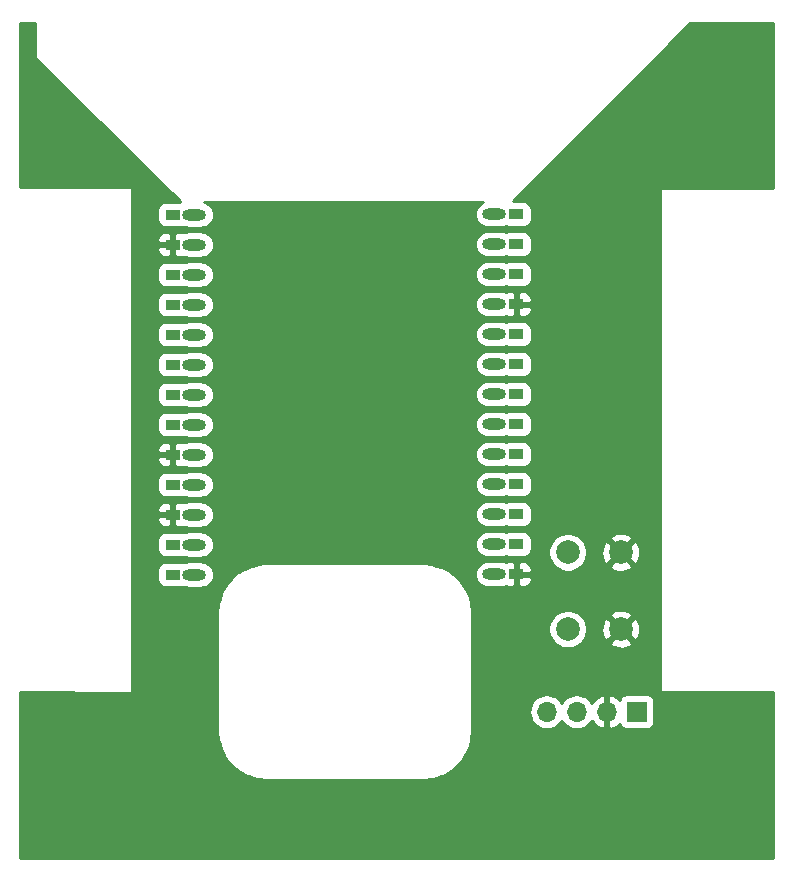
<source format=gbl>
G04 #@! TF.GenerationSoftware,KiCad,Pcbnew,(5.1.2-1)-1*
G04 #@! TF.CreationDate,2023-02-15T15:24:15+00:00*
G04 #@! TF.ProjectId,WT32-ETH01 Programmer,57543332-2d45-4544-9830-312050726f67,rev?*
G04 #@! TF.SameCoordinates,Original*
G04 #@! TF.FileFunction,Copper,L2,Bot*
G04 #@! TF.FilePolarity,Positive*
%FSLAX46Y46*%
G04 Gerber Fmt 4.6, Leading zero omitted, Abs format (unit mm)*
G04 Created by KiCad (PCBNEW (5.1.2-1)-1) date 2023-02-15 15:24:15*
%MOMM*%
%LPD*%
G04 APERTURE LIST*
%ADD10R,1.700000X1.700000*%
%ADD11O,1.700000X1.700000*%
%ADD12R,1.300000X0.900000*%
%ADD13O,2.000000X0.950000*%
%ADD14C,2.000000*%
%ADD15C,0.254000*%
G04 APERTURE END LIST*
D10*
X163850000Y-105000000D03*
D11*
X161310000Y-105000000D03*
X158770000Y-105000000D03*
X156230000Y-105000000D03*
D12*
X124550000Y-62900000D03*
D13*
X126400000Y-62900000D03*
D12*
X124550000Y-65440000D03*
D13*
X126400000Y-65440000D03*
D12*
X124550000Y-67980000D03*
D13*
X126400000Y-67980000D03*
D12*
X124550000Y-70520000D03*
D13*
X126400000Y-70520000D03*
D12*
X124550000Y-73060000D03*
D13*
X126400000Y-73060000D03*
D12*
X124550000Y-75600000D03*
D13*
X126400000Y-75600000D03*
D12*
X124550000Y-78140000D03*
D13*
X126400000Y-78140000D03*
D12*
X124550000Y-80680000D03*
D13*
X126400000Y-80680000D03*
D12*
X124550000Y-83220000D03*
D13*
X126400000Y-83220000D03*
D12*
X124550000Y-85760000D03*
D13*
X126400000Y-85760000D03*
D12*
X124550000Y-88300000D03*
D13*
X126400000Y-88300000D03*
D12*
X124550000Y-90840000D03*
D13*
X126400000Y-90840000D03*
D12*
X124550000Y-93380000D03*
D13*
X126400000Y-93380000D03*
X151800000Y-62870000D03*
D12*
X153650000Y-62870000D03*
D13*
X151800000Y-65410000D03*
D12*
X153650000Y-65410000D03*
D13*
X151800000Y-67950000D03*
D12*
X153650000Y-67950000D03*
D13*
X151800000Y-70490000D03*
D12*
X153650000Y-70490000D03*
D13*
X151800000Y-73030000D03*
D12*
X153650000Y-73030000D03*
D13*
X151800000Y-75570000D03*
D12*
X153650000Y-75570000D03*
D13*
X151800000Y-78110000D03*
D12*
X153650000Y-78110000D03*
D13*
X151800000Y-80650000D03*
D12*
X153650000Y-80650000D03*
D13*
X151800000Y-83190000D03*
D12*
X153650000Y-83190000D03*
D13*
X151800000Y-85730000D03*
D12*
X153650000Y-85730000D03*
D13*
X151800000Y-88270000D03*
D12*
X153650000Y-88270000D03*
D13*
X151800000Y-90810000D03*
D12*
X153650000Y-90810000D03*
D13*
X151800000Y-93350000D03*
D12*
X153650000Y-93350000D03*
D14*
X162500000Y-98000000D03*
X158000000Y-98000000D03*
X162500000Y-91500000D03*
X158000000Y-91500000D03*
D15*
G36*
X112923000Y-49599971D02*
G01*
X112925543Y-49625289D01*
X112932868Y-49649083D01*
X112944695Y-49670991D01*
X112960568Y-49690171D01*
X125160568Y-61790171D01*
X125179254Y-61805470D01*
X125191283Y-61811928D01*
X123900000Y-61811928D01*
X123775518Y-61824188D01*
X123655820Y-61860498D01*
X123545506Y-61919463D01*
X123448815Y-61998815D01*
X123369463Y-62095506D01*
X123310498Y-62205820D01*
X123274188Y-62325518D01*
X123261928Y-62450000D01*
X123261928Y-63350000D01*
X123274188Y-63474482D01*
X123310498Y-63594180D01*
X123369463Y-63704494D01*
X123448815Y-63801185D01*
X123545506Y-63880537D01*
X123655820Y-63939502D01*
X123775518Y-63975812D01*
X123900000Y-63988072D01*
X125200000Y-63988072D01*
X125324482Y-63975812D01*
X125444180Y-63939502D01*
X125456405Y-63932967D01*
X125657402Y-63993938D01*
X125820479Y-64010000D01*
X126979521Y-64010000D01*
X127142598Y-63993938D01*
X127351834Y-63930468D01*
X127544666Y-63827396D01*
X127713686Y-63688686D01*
X127852396Y-63519666D01*
X127955468Y-63326834D01*
X128018938Y-63117598D01*
X128040370Y-62900000D01*
X128018938Y-62682402D01*
X127955468Y-62473166D01*
X127852396Y-62280334D01*
X127713686Y-62111314D01*
X127544666Y-61972604D01*
X127351834Y-61869532D01*
X127223261Y-61830530D01*
X150786147Y-61872682D01*
X150655334Y-61942604D01*
X150486314Y-62081314D01*
X150347604Y-62250334D01*
X150244532Y-62443166D01*
X150181062Y-62652402D01*
X150159630Y-62870000D01*
X150181062Y-63087598D01*
X150244532Y-63296834D01*
X150347604Y-63489666D01*
X150486314Y-63658686D01*
X150655334Y-63797396D01*
X150848166Y-63900468D01*
X151057402Y-63963938D01*
X151220479Y-63980000D01*
X152379521Y-63980000D01*
X152542598Y-63963938D01*
X152743595Y-63902967D01*
X152755820Y-63909502D01*
X152875518Y-63945812D01*
X153000000Y-63958072D01*
X154300000Y-63958072D01*
X154424482Y-63945812D01*
X154544180Y-63909502D01*
X154654494Y-63850537D01*
X154751185Y-63771185D01*
X154830537Y-63674494D01*
X154889502Y-63564180D01*
X154925812Y-63444482D01*
X154938072Y-63320000D01*
X154938072Y-62420000D01*
X154925812Y-62295518D01*
X154889502Y-62175820D01*
X154830537Y-62065506D01*
X154751185Y-61968815D01*
X154654494Y-61889463D01*
X154544180Y-61830498D01*
X154424482Y-61794188D01*
X154300000Y-61781928D01*
X153347312Y-61781928D01*
X168373531Y-46660000D01*
X175340000Y-46660000D01*
X175340000Y-60673000D01*
X165900000Y-60673000D01*
X165875224Y-60675440D01*
X165851399Y-60682667D01*
X165829443Y-60694403D01*
X165810197Y-60710197D01*
X165794403Y-60729443D01*
X165782667Y-60751399D01*
X165775440Y-60775224D01*
X165773000Y-60800000D01*
X165773000Y-103200000D01*
X165775440Y-103224776D01*
X165782667Y-103248601D01*
X165794403Y-103270557D01*
X165810197Y-103289803D01*
X165829443Y-103305597D01*
X165851399Y-103317333D01*
X165875224Y-103324560D01*
X165900000Y-103327000D01*
X175340001Y-103327000D01*
X175340001Y-117340000D01*
X111660000Y-117340000D01*
X111660000Y-106632418D01*
X128340000Y-106632418D01*
X128342954Y-106662407D01*
X128342801Y-106684252D01*
X128343701Y-106693423D01*
X128415103Y-107372762D01*
X128427124Y-107431325D01*
X128438339Y-107490118D01*
X128441003Y-107498940D01*
X128642995Y-108151472D01*
X128666175Y-108206615D01*
X128688584Y-108262080D01*
X128692911Y-108270217D01*
X129017800Y-108871087D01*
X129051245Y-108920671D01*
X129084005Y-108970734D01*
X129089829Y-108977875D01*
X129525241Y-109504198D01*
X129567697Y-109546358D01*
X129609541Y-109589088D01*
X129616641Y-109594962D01*
X130145991Y-110026688D01*
X130195800Y-110059780D01*
X130245172Y-110093587D01*
X130253276Y-110097968D01*
X130253284Y-110097972D01*
X130856402Y-110418656D01*
X130911682Y-110441440D01*
X130966690Y-110465017D01*
X130975493Y-110467742D01*
X131629419Y-110665174D01*
X131688120Y-110676797D01*
X131746610Y-110689230D01*
X131755775Y-110690193D01*
X132435595Y-110756850D01*
X132435598Y-110756850D01*
X132467581Y-110760000D01*
X145782419Y-110760000D01*
X145812408Y-110757046D01*
X145834252Y-110757199D01*
X145843423Y-110756299D01*
X146522762Y-110684897D01*
X146581325Y-110672876D01*
X146640118Y-110661661D01*
X146648940Y-110658997D01*
X147301472Y-110457005D01*
X147356615Y-110433825D01*
X147412080Y-110411416D01*
X147420217Y-110407089D01*
X148021087Y-110082200D01*
X148070671Y-110048755D01*
X148120734Y-110015995D01*
X148127875Y-110010171D01*
X148654198Y-109574759D01*
X148696358Y-109532303D01*
X148739088Y-109490459D01*
X148744962Y-109483359D01*
X149176688Y-108954009D01*
X149209780Y-108904200D01*
X149243587Y-108854828D01*
X149247969Y-108846721D01*
X149568656Y-108243598D01*
X149591440Y-108188318D01*
X149615017Y-108133310D01*
X149617742Y-108124507D01*
X149815174Y-107470581D01*
X149826797Y-107411880D01*
X149839230Y-107353390D01*
X149840193Y-107344225D01*
X149906850Y-106664405D01*
X149906850Y-106664402D01*
X149910000Y-106632419D01*
X149910000Y-105000000D01*
X154737815Y-105000000D01*
X154766487Y-105291111D01*
X154851401Y-105571034D01*
X154989294Y-105829014D01*
X155174866Y-106055134D01*
X155400986Y-106240706D01*
X155658966Y-106378599D01*
X155938889Y-106463513D01*
X156157050Y-106485000D01*
X156302950Y-106485000D01*
X156521111Y-106463513D01*
X156801034Y-106378599D01*
X157059014Y-106240706D01*
X157285134Y-106055134D01*
X157470706Y-105829014D01*
X157500000Y-105774209D01*
X157529294Y-105829014D01*
X157714866Y-106055134D01*
X157940986Y-106240706D01*
X158198966Y-106378599D01*
X158478889Y-106463513D01*
X158697050Y-106485000D01*
X158842950Y-106485000D01*
X159061111Y-106463513D01*
X159341034Y-106378599D01*
X159599014Y-106240706D01*
X159825134Y-106055134D01*
X160010706Y-105829014D01*
X160045201Y-105764477D01*
X160114822Y-105881355D01*
X160309731Y-106097588D01*
X160543080Y-106271641D01*
X160805901Y-106396825D01*
X160953110Y-106441476D01*
X161183000Y-106320155D01*
X161183000Y-105127000D01*
X161163000Y-105127000D01*
X161163000Y-104873000D01*
X161183000Y-104873000D01*
X161183000Y-103679845D01*
X161437000Y-103679845D01*
X161437000Y-104873000D01*
X161457000Y-104873000D01*
X161457000Y-105127000D01*
X161437000Y-105127000D01*
X161437000Y-106320155D01*
X161666890Y-106441476D01*
X161814099Y-106396825D01*
X162076920Y-106271641D01*
X162310269Y-106097588D01*
X162386034Y-106013534D01*
X162410498Y-106094180D01*
X162469463Y-106204494D01*
X162548815Y-106301185D01*
X162645506Y-106380537D01*
X162755820Y-106439502D01*
X162875518Y-106475812D01*
X163000000Y-106488072D01*
X164700000Y-106488072D01*
X164824482Y-106475812D01*
X164944180Y-106439502D01*
X165054494Y-106380537D01*
X165151185Y-106301185D01*
X165230537Y-106204494D01*
X165289502Y-106094180D01*
X165325812Y-105974482D01*
X165338072Y-105850000D01*
X165338072Y-104150000D01*
X165325812Y-104025518D01*
X165289502Y-103905820D01*
X165230537Y-103795506D01*
X165151185Y-103698815D01*
X165054494Y-103619463D01*
X164944180Y-103560498D01*
X164824482Y-103524188D01*
X164700000Y-103511928D01*
X163000000Y-103511928D01*
X162875518Y-103524188D01*
X162755820Y-103560498D01*
X162645506Y-103619463D01*
X162548815Y-103698815D01*
X162469463Y-103795506D01*
X162410498Y-103905820D01*
X162386034Y-103986466D01*
X162310269Y-103902412D01*
X162076920Y-103728359D01*
X161814099Y-103603175D01*
X161666890Y-103558524D01*
X161437000Y-103679845D01*
X161183000Y-103679845D01*
X160953110Y-103558524D01*
X160805901Y-103603175D01*
X160543080Y-103728359D01*
X160309731Y-103902412D01*
X160114822Y-104118645D01*
X160045201Y-104235523D01*
X160010706Y-104170986D01*
X159825134Y-103944866D01*
X159599014Y-103759294D01*
X159341034Y-103621401D01*
X159061111Y-103536487D01*
X158842950Y-103515000D01*
X158697050Y-103515000D01*
X158478889Y-103536487D01*
X158198966Y-103621401D01*
X157940986Y-103759294D01*
X157714866Y-103944866D01*
X157529294Y-104170986D01*
X157500000Y-104225791D01*
X157470706Y-104170986D01*
X157285134Y-103944866D01*
X157059014Y-103759294D01*
X156801034Y-103621401D01*
X156521111Y-103536487D01*
X156302950Y-103515000D01*
X156157050Y-103515000D01*
X155938889Y-103536487D01*
X155658966Y-103621401D01*
X155400986Y-103759294D01*
X155174866Y-103944866D01*
X154989294Y-104170986D01*
X154851401Y-104428966D01*
X154766487Y-104708889D01*
X154737815Y-105000000D01*
X149910000Y-105000000D01*
X149910000Y-97838967D01*
X156365000Y-97838967D01*
X156365000Y-98161033D01*
X156427832Y-98476912D01*
X156551082Y-98774463D01*
X156730013Y-99042252D01*
X156957748Y-99269987D01*
X157225537Y-99448918D01*
X157523088Y-99572168D01*
X157838967Y-99635000D01*
X158161033Y-99635000D01*
X158476912Y-99572168D01*
X158774463Y-99448918D01*
X159042252Y-99269987D01*
X159176826Y-99135413D01*
X161544192Y-99135413D01*
X161639956Y-99399814D01*
X161929571Y-99540704D01*
X162241108Y-99622384D01*
X162562595Y-99641718D01*
X162881675Y-99597961D01*
X163186088Y-99492795D01*
X163360044Y-99399814D01*
X163455808Y-99135413D01*
X162500000Y-98179605D01*
X161544192Y-99135413D01*
X159176826Y-99135413D01*
X159269987Y-99042252D01*
X159448918Y-98774463D01*
X159572168Y-98476912D01*
X159635000Y-98161033D01*
X159635000Y-98062595D01*
X160858282Y-98062595D01*
X160902039Y-98381675D01*
X161007205Y-98686088D01*
X161100186Y-98860044D01*
X161364587Y-98955808D01*
X162320395Y-98000000D01*
X162679605Y-98000000D01*
X163635413Y-98955808D01*
X163899814Y-98860044D01*
X164040704Y-98570429D01*
X164122384Y-98258892D01*
X164141718Y-97937405D01*
X164097961Y-97618325D01*
X163992795Y-97313912D01*
X163899814Y-97139956D01*
X163635413Y-97044192D01*
X162679605Y-98000000D01*
X162320395Y-98000000D01*
X161364587Y-97044192D01*
X161100186Y-97139956D01*
X160959296Y-97429571D01*
X160877616Y-97741108D01*
X160858282Y-98062595D01*
X159635000Y-98062595D01*
X159635000Y-97838967D01*
X159572168Y-97523088D01*
X159448918Y-97225537D01*
X159269987Y-96957748D01*
X159176826Y-96864587D01*
X161544192Y-96864587D01*
X162500000Y-97820395D01*
X163455808Y-96864587D01*
X163360044Y-96600186D01*
X163070429Y-96459296D01*
X162758892Y-96377616D01*
X162437405Y-96358282D01*
X162118325Y-96402039D01*
X161813912Y-96507205D01*
X161639956Y-96600186D01*
X161544192Y-96864587D01*
X159176826Y-96864587D01*
X159042252Y-96730013D01*
X158774463Y-96551082D01*
X158476912Y-96427832D01*
X158161033Y-96365000D01*
X157838967Y-96365000D01*
X157523088Y-96427832D01*
X157225537Y-96551082D01*
X156957748Y-96730013D01*
X156730013Y-96957748D01*
X156551082Y-97225537D01*
X156427832Y-97523088D01*
X156365000Y-97838967D01*
X149910000Y-97838967D01*
X149910000Y-96567581D01*
X149907046Y-96537592D01*
X149907199Y-96515748D01*
X149906299Y-96506577D01*
X149834897Y-95827238D01*
X149822876Y-95768675D01*
X149811661Y-95709882D01*
X149808997Y-95701060D01*
X149607005Y-95048528D01*
X149583820Y-94993373D01*
X149561416Y-94937920D01*
X149557089Y-94929784D01*
X149557089Y-94929783D01*
X149557086Y-94929779D01*
X149232200Y-94328913D01*
X149198755Y-94279329D01*
X149165995Y-94229266D01*
X149160171Y-94222125D01*
X148724759Y-93695802D01*
X148682303Y-93653642D01*
X148640459Y-93610912D01*
X148633358Y-93605038D01*
X148320651Y-93350000D01*
X150159630Y-93350000D01*
X150181062Y-93567598D01*
X150244532Y-93776834D01*
X150347604Y-93969666D01*
X150486314Y-94138686D01*
X150655334Y-94277396D01*
X150848166Y-94380468D01*
X151057402Y-94443938D01*
X151220479Y-94460000D01*
X152379521Y-94460000D01*
X152542598Y-94443938D01*
X152743595Y-94382967D01*
X152755820Y-94389502D01*
X152875518Y-94425812D01*
X153000000Y-94438072D01*
X153364250Y-94435000D01*
X153523000Y-94276250D01*
X153523000Y-93477000D01*
X153777000Y-93477000D01*
X153777000Y-94276250D01*
X153935750Y-94435000D01*
X154300000Y-94438072D01*
X154424482Y-94425812D01*
X154544180Y-94389502D01*
X154654494Y-94330537D01*
X154751185Y-94251185D01*
X154830537Y-94154494D01*
X154889502Y-94044180D01*
X154925812Y-93924482D01*
X154938072Y-93800000D01*
X154935000Y-93635750D01*
X154776250Y-93477000D01*
X153777000Y-93477000D01*
X153523000Y-93477000D01*
X153503000Y-93477000D01*
X153503000Y-93223000D01*
X153523000Y-93223000D01*
X153523000Y-92423750D01*
X153777000Y-92423750D01*
X153777000Y-93223000D01*
X154776250Y-93223000D01*
X154935000Y-93064250D01*
X154938072Y-92900000D01*
X154925812Y-92775518D01*
X154889502Y-92655820D01*
X154830537Y-92545506D01*
X154751185Y-92448815D01*
X154654494Y-92369463D01*
X154544180Y-92310498D01*
X154424482Y-92274188D01*
X154300000Y-92261928D01*
X153935750Y-92265000D01*
X153777000Y-92423750D01*
X153523000Y-92423750D01*
X153364250Y-92265000D01*
X153000000Y-92261928D01*
X152875518Y-92274188D01*
X152755820Y-92310498D01*
X152743595Y-92317033D01*
X152542598Y-92256062D01*
X152379521Y-92240000D01*
X151220479Y-92240000D01*
X151057402Y-92256062D01*
X150848166Y-92319532D01*
X150655334Y-92422604D01*
X150486314Y-92561314D01*
X150347604Y-92730334D01*
X150244532Y-92923166D01*
X150181062Y-93132402D01*
X150159630Y-93350000D01*
X148320651Y-93350000D01*
X148104009Y-93173312D01*
X148054182Y-93140208D01*
X148004827Y-93106413D01*
X147996724Y-93102032D01*
X147996716Y-93102028D01*
X147393597Y-92781344D01*
X147338291Y-92758548D01*
X147283310Y-92734983D01*
X147274507Y-92732258D01*
X146620581Y-92534826D01*
X146561878Y-92523203D01*
X146503389Y-92510770D01*
X146494225Y-92509807D01*
X145814405Y-92443150D01*
X145814402Y-92443150D01*
X145782419Y-92440000D01*
X132467581Y-92440000D01*
X132437592Y-92442954D01*
X132415748Y-92442801D01*
X132406577Y-92443701D01*
X131727238Y-92515103D01*
X131668675Y-92527124D01*
X131609882Y-92538339D01*
X131601060Y-92541003D01*
X130948528Y-92742995D01*
X130893373Y-92766180D01*
X130837920Y-92788584D01*
X130829788Y-92792909D01*
X130829783Y-92792911D01*
X130829779Y-92792914D01*
X130228913Y-93117800D01*
X130179329Y-93151245D01*
X130129266Y-93184005D01*
X130122125Y-93189829D01*
X129595802Y-93625241D01*
X129553642Y-93667697D01*
X129510912Y-93709541D01*
X129505038Y-93716642D01*
X129073312Y-94245991D01*
X129040208Y-94295818D01*
X129006413Y-94345173D01*
X129002031Y-94353279D01*
X128681344Y-94956403D01*
X128658548Y-95011709D01*
X128634983Y-95066690D01*
X128632258Y-95075493D01*
X128434826Y-95729419D01*
X128423203Y-95788122D01*
X128410770Y-95846611D01*
X128409807Y-95855775D01*
X128343150Y-96535595D01*
X128343150Y-96535608D01*
X128340001Y-96567581D01*
X128340000Y-106632418D01*
X111660000Y-106632418D01*
X111660000Y-103333196D01*
X120945953Y-103426994D01*
X120972012Y-103424560D01*
X120995837Y-103417333D01*
X121017793Y-103405597D01*
X121037039Y-103389803D01*
X121052833Y-103370557D01*
X121064569Y-103348601D01*
X121071796Y-103324776D01*
X121074236Y-103300000D01*
X121074236Y-92930000D01*
X123261928Y-92930000D01*
X123261928Y-93830000D01*
X123274188Y-93954482D01*
X123310498Y-94074180D01*
X123369463Y-94184494D01*
X123448815Y-94281185D01*
X123545506Y-94360537D01*
X123655820Y-94419502D01*
X123775518Y-94455812D01*
X123900000Y-94468072D01*
X125200000Y-94468072D01*
X125324482Y-94455812D01*
X125444180Y-94419502D01*
X125456405Y-94412967D01*
X125657402Y-94473938D01*
X125820479Y-94490000D01*
X126979521Y-94490000D01*
X127142598Y-94473938D01*
X127351834Y-94410468D01*
X127544666Y-94307396D01*
X127713686Y-94168686D01*
X127852396Y-93999666D01*
X127955468Y-93806834D01*
X128018938Y-93597598D01*
X128040370Y-93380000D01*
X128018938Y-93162402D01*
X127955468Y-92953166D01*
X127852396Y-92760334D01*
X127713686Y-92591314D01*
X127544666Y-92452604D01*
X127351834Y-92349532D01*
X127142598Y-92286062D01*
X126979521Y-92270000D01*
X125820479Y-92270000D01*
X125657402Y-92286062D01*
X125456405Y-92347033D01*
X125444180Y-92340498D01*
X125324482Y-92304188D01*
X125200000Y-92291928D01*
X123900000Y-92291928D01*
X123775518Y-92304188D01*
X123655820Y-92340498D01*
X123545506Y-92399463D01*
X123448815Y-92478815D01*
X123369463Y-92575506D01*
X123310498Y-92685820D01*
X123274188Y-92805518D01*
X123261928Y-92930000D01*
X121074236Y-92930000D01*
X121074236Y-90390000D01*
X123261928Y-90390000D01*
X123261928Y-91290000D01*
X123274188Y-91414482D01*
X123310498Y-91534180D01*
X123369463Y-91644494D01*
X123448815Y-91741185D01*
X123545506Y-91820537D01*
X123655820Y-91879502D01*
X123775518Y-91915812D01*
X123900000Y-91928072D01*
X125200000Y-91928072D01*
X125324482Y-91915812D01*
X125444180Y-91879502D01*
X125456405Y-91872967D01*
X125657402Y-91933938D01*
X125820479Y-91950000D01*
X126979521Y-91950000D01*
X127142598Y-91933938D01*
X127351834Y-91870468D01*
X127544666Y-91767396D01*
X127713686Y-91628686D01*
X127852396Y-91459666D01*
X127955468Y-91266834D01*
X128018938Y-91057598D01*
X128040370Y-90840000D01*
X128037416Y-90810000D01*
X150159630Y-90810000D01*
X150181062Y-91027598D01*
X150244532Y-91236834D01*
X150347604Y-91429666D01*
X150486314Y-91598686D01*
X150655334Y-91737396D01*
X150848166Y-91840468D01*
X151057402Y-91903938D01*
X151220479Y-91920000D01*
X152379521Y-91920000D01*
X152542598Y-91903938D01*
X152743595Y-91842967D01*
X152755820Y-91849502D01*
X152875518Y-91885812D01*
X153000000Y-91898072D01*
X154300000Y-91898072D01*
X154424482Y-91885812D01*
X154544180Y-91849502D01*
X154654494Y-91790537D01*
X154751185Y-91711185D01*
X154830537Y-91614494D01*
X154889502Y-91504180D01*
X154925812Y-91384482D01*
X154930294Y-91338967D01*
X156365000Y-91338967D01*
X156365000Y-91661033D01*
X156427832Y-91976912D01*
X156551082Y-92274463D01*
X156730013Y-92542252D01*
X156957748Y-92769987D01*
X157225537Y-92948918D01*
X157523088Y-93072168D01*
X157838967Y-93135000D01*
X158161033Y-93135000D01*
X158476912Y-93072168D01*
X158774463Y-92948918D01*
X159042252Y-92769987D01*
X159176826Y-92635413D01*
X161544192Y-92635413D01*
X161639956Y-92899814D01*
X161929571Y-93040704D01*
X162241108Y-93122384D01*
X162562595Y-93141718D01*
X162881675Y-93097961D01*
X163186088Y-92992795D01*
X163360044Y-92899814D01*
X163455808Y-92635413D01*
X162500000Y-91679605D01*
X161544192Y-92635413D01*
X159176826Y-92635413D01*
X159269987Y-92542252D01*
X159448918Y-92274463D01*
X159572168Y-91976912D01*
X159635000Y-91661033D01*
X159635000Y-91562595D01*
X160858282Y-91562595D01*
X160902039Y-91881675D01*
X161007205Y-92186088D01*
X161100186Y-92360044D01*
X161364587Y-92455808D01*
X162320395Y-91500000D01*
X162679605Y-91500000D01*
X163635413Y-92455808D01*
X163899814Y-92360044D01*
X164040704Y-92070429D01*
X164122384Y-91758892D01*
X164141718Y-91437405D01*
X164097961Y-91118325D01*
X163992795Y-90813912D01*
X163899814Y-90639956D01*
X163635413Y-90544192D01*
X162679605Y-91500000D01*
X162320395Y-91500000D01*
X161364587Y-90544192D01*
X161100186Y-90639956D01*
X160959296Y-90929571D01*
X160877616Y-91241108D01*
X160858282Y-91562595D01*
X159635000Y-91562595D01*
X159635000Y-91338967D01*
X159572168Y-91023088D01*
X159448918Y-90725537D01*
X159269987Y-90457748D01*
X159176826Y-90364587D01*
X161544192Y-90364587D01*
X162500000Y-91320395D01*
X163455808Y-90364587D01*
X163360044Y-90100186D01*
X163070429Y-89959296D01*
X162758892Y-89877616D01*
X162437405Y-89858282D01*
X162118325Y-89902039D01*
X161813912Y-90007205D01*
X161639956Y-90100186D01*
X161544192Y-90364587D01*
X159176826Y-90364587D01*
X159042252Y-90230013D01*
X158774463Y-90051082D01*
X158476912Y-89927832D01*
X158161033Y-89865000D01*
X157838967Y-89865000D01*
X157523088Y-89927832D01*
X157225537Y-90051082D01*
X156957748Y-90230013D01*
X156730013Y-90457748D01*
X156551082Y-90725537D01*
X156427832Y-91023088D01*
X156365000Y-91338967D01*
X154930294Y-91338967D01*
X154938072Y-91260000D01*
X154938072Y-90360000D01*
X154925812Y-90235518D01*
X154889502Y-90115820D01*
X154830537Y-90005506D01*
X154751185Y-89908815D01*
X154654494Y-89829463D01*
X154544180Y-89770498D01*
X154424482Y-89734188D01*
X154300000Y-89721928D01*
X153000000Y-89721928D01*
X152875518Y-89734188D01*
X152755820Y-89770498D01*
X152743595Y-89777033D01*
X152542598Y-89716062D01*
X152379521Y-89700000D01*
X151220479Y-89700000D01*
X151057402Y-89716062D01*
X150848166Y-89779532D01*
X150655334Y-89882604D01*
X150486314Y-90021314D01*
X150347604Y-90190334D01*
X150244532Y-90383166D01*
X150181062Y-90592402D01*
X150159630Y-90810000D01*
X128037416Y-90810000D01*
X128018938Y-90622402D01*
X127955468Y-90413166D01*
X127852396Y-90220334D01*
X127713686Y-90051314D01*
X127544666Y-89912604D01*
X127351834Y-89809532D01*
X127142598Y-89746062D01*
X126979521Y-89730000D01*
X125820479Y-89730000D01*
X125657402Y-89746062D01*
X125456405Y-89807033D01*
X125444180Y-89800498D01*
X125324482Y-89764188D01*
X125200000Y-89751928D01*
X123900000Y-89751928D01*
X123775518Y-89764188D01*
X123655820Y-89800498D01*
X123545506Y-89859463D01*
X123448815Y-89938815D01*
X123369463Y-90035506D01*
X123310498Y-90145820D01*
X123274188Y-90265518D01*
X123261928Y-90390000D01*
X121074236Y-90390000D01*
X121074236Y-88750000D01*
X123261928Y-88750000D01*
X123274188Y-88874482D01*
X123310498Y-88994180D01*
X123369463Y-89104494D01*
X123448815Y-89201185D01*
X123545506Y-89280537D01*
X123655820Y-89339502D01*
X123775518Y-89375812D01*
X123900000Y-89388072D01*
X124264250Y-89385000D01*
X124423000Y-89226250D01*
X124423000Y-88427000D01*
X123423750Y-88427000D01*
X123265000Y-88585750D01*
X123261928Y-88750000D01*
X121074236Y-88750000D01*
X121074236Y-87850000D01*
X123261928Y-87850000D01*
X123265000Y-88014250D01*
X123423750Y-88173000D01*
X124423000Y-88173000D01*
X124423000Y-87373750D01*
X124677000Y-87373750D01*
X124677000Y-88173000D01*
X124697000Y-88173000D01*
X124697000Y-88427000D01*
X124677000Y-88427000D01*
X124677000Y-89226250D01*
X124835750Y-89385000D01*
X125200000Y-89388072D01*
X125324482Y-89375812D01*
X125444180Y-89339502D01*
X125456405Y-89332967D01*
X125657402Y-89393938D01*
X125820479Y-89410000D01*
X126979521Y-89410000D01*
X127142598Y-89393938D01*
X127351834Y-89330468D01*
X127544666Y-89227396D01*
X127713686Y-89088686D01*
X127852396Y-88919666D01*
X127955468Y-88726834D01*
X128018938Y-88517598D01*
X128040370Y-88300000D01*
X128037416Y-88270000D01*
X150159630Y-88270000D01*
X150181062Y-88487598D01*
X150244532Y-88696834D01*
X150347604Y-88889666D01*
X150486314Y-89058686D01*
X150655334Y-89197396D01*
X150848166Y-89300468D01*
X151057402Y-89363938D01*
X151220479Y-89380000D01*
X152379521Y-89380000D01*
X152542598Y-89363938D01*
X152743595Y-89302967D01*
X152755820Y-89309502D01*
X152875518Y-89345812D01*
X153000000Y-89358072D01*
X154300000Y-89358072D01*
X154424482Y-89345812D01*
X154544180Y-89309502D01*
X154654494Y-89250537D01*
X154751185Y-89171185D01*
X154830537Y-89074494D01*
X154889502Y-88964180D01*
X154925812Y-88844482D01*
X154938072Y-88720000D01*
X154938072Y-87820000D01*
X154925812Y-87695518D01*
X154889502Y-87575820D01*
X154830537Y-87465506D01*
X154751185Y-87368815D01*
X154654494Y-87289463D01*
X154544180Y-87230498D01*
X154424482Y-87194188D01*
X154300000Y-87181928D01*
X153000000Y-87181928D01*
X152875518Y-87194188D01*
X152755820Y-87230498D01*
X152743595Y-87237033D01*
X152542598Y-87176062D01*
X152379521Y-87160000D01*
X151220479Y-87160000D01*
X151057402Y-87176062D01*
X150848166Y-87239532D01*
X150655334Y-87342604D01*
X150486314Y-87481314D01*
X150347604Y-87650334D01*
X150244532Y-87843166D01*
X150181062Y-88052402D01*
X150159630Y-88270000D01*
X128037416Y-88270000D01*
X128018938Y-88082402D01*
X127955468Y-87873166D01*
X127852396Y-87680334D01*
X127713686Y-87511314D01*
X127544666Y-87372604D01*
X127351834Y-87269532D01*
X127142598Y-87206062D01*
X126979521Y-87190000D01*
X125820479Y-87190000D01*
X125657402Y-87206062D01*
X125456405Y-87267033D01*
X125444180Y-87260498D01*
X125324482Y-87224188D01*
X125200000Y-87211928D01*
X124835750Y-87215000D01*
X124677000Y-87373750D01*
X124423000Y-87373750D01*
X124264250Y-87215000D01*
X123900000Y-87211928D01*
X123775518Y-87224188D01*
X123655820Y-87260498D01*
X123545506Y-87319463D01*
X123448815Y-87398815D01*
X123369463Y-87495506D01*
X123310498Y-87605820D01*
X123274188Y-87725518D01*
X123261928Y-87850000D01*
X121074236Y-87850000D01*
X121074236Y-85310000D01*
X123261928Y-85310000D01*
X123261928Y-86210000D01*
X123274188Y-86334482D01*
X123310498Y-86454180D01*
X123369463Y-86564494D01*
X123448815Y-86661185D01*
X123545506Y-86740537D01*
X123655820Y-86799502D01*
X123775518Y-86835812D01*
X123900000Y-86848072D01*
X125200000Y-86848072D01*
X125324482Y-86835812D01*
X125444180Y-86799502D01*
X125456405Y-86792967D01*
X125657402Y-86853938D01*
X125820479Y-86870000D01*
X126979521Y-86870000D01*
X127142598Y-86853938D01*
X127351834Y-86790468D01*
X127544666Y-86687396D01*
X127713686Y-86548686D01*
X127852396Y-86379666D01*
X127955468Y-86186834D01*
X128018938Y-85977598D01*
X128040370Y-85760000D01*
X128037416Y-85730000D01*
X150159630Y-85730000D01*
X150181062Y-85947598D01*
X150244532Y-86156834D01*
X150347604Y-86349666D01*
X150486314Y-86518686D01*
X150655334Y-86657396D01*
X150848166Y-86760468D01*
X151057402Y-86823938D01*
X151220479Y-86840000D01*
X152379521Y-86840000D01*
X152542598Y-86823938D01*
X152743595Y-86762967D01*
X152755820Y-86769502D01*
X152875518Y-86805812D01*
X153000000Y-86818072D01*
X154300000Y-86818072D01*
X154424482Y-86805812D01*
X154544180Y-86769502D01*
X154654494Y-86710537D01*
X154751185Y-86631185D01*
X154830537Y-86534494D01*
X154889502Y-86424180D01*
X154925812Y-86304482D01*
X154938072Y-86180000D01*
X154938072Y-85280000D01*
X154925812Y-85155518D01*
X154889502Y-85035820D01*
X154830537Y-84925506D01*
X154751185Y-84828815D01*
X154654494Y-84749463D01*
X154544180Y-84690498D01*
X154424482Y-84654188D01*
X154300000Y-84641928D01*
X153000000Y-84641928D01*
X152875518Y-84654188D01*
X152755820Y-84690498D01*
X152743595Y-84697033D01*
X152542598Y-84636062D01*
X152379521Y-84620000D01*
X151220479Y-84620000D01*
X151057402Y-84636062D01*
X150848166Y-84699532D01*
X150655334Y-84802604D01*
X150486314Y-84941314D01*
X150347604Y-85110334D01*
X150244532Y-85303166D01*
X150181062Y-85512402D01*
X150159630Y-85730000D01*
X128037416Y-85730000D01*
X128018938Y-85542402D01*
X127955468Y-85333166D01*
X127852396Y-85140334D01*
X127713686Y-84971314D01*
X127544666Y-84832604D01*
X127351834Y-84729532D01*
X127142598Y-84666062D01*
X126979521Y-84650000D01*
X125820479Y-84650000D01*
X125657402Y-84666062D01*
X125456405Y-84727033D01*
X125444180Y-84720498D01*
X125324482Y-84684188D01*
X125200000Y-84671928D01*
X123900000Y-84671928D01*
X123775518Y-84684188D01*
X123655820Y-84720498D01*
X123545506Y-84779463D01*
X123448815Y-84858815D01*
X123369463Y-84955506D01*
X123310498Y-85065820D01*
X123274188Y-85185518D01*
X123261928Y-85310000D01*
X121074236Y-85310000D01*
X121074236Y-83670000D01*
X123261928Y-83670000D01*
X123274188Y-83794482D01*
X123310498Y-83914180D01*
X123369463Y-84024494D01*
X123448815Y-84121185D01*
X123545506Y-84200537D01*
X123655820Y-84259502D01*
X123775518Y-84295812D01*
X123900000Y-84308072D01*
X124264250Y-84305000D01*
X124423000Y-84146250D01*
X124423000Y-83347000D01*
X123423750Y-83347000D01*
X123265000Y-83505750D01*
X123261928Y-83670000D01*
X121074236Y-83670000D01*
X121074236Y-82770000D01*
X123261928Y-82770000D01*
X123265000Y-82934250D01*
X123423750Y-83093000D01*
X124423000Y-83093000D01*
X124423000Y-82293750D01*
X124677000Y-82293750D01*
X124677000Y-83093000D01*
X124697000Y-83093000D01*
X124697000Y-83347000D01*
X124677000Y-83347000D01*
X124677000Y-84146250D01*
X124835750Y-84305000D01*
X125200000Y-84308072D01*
X125324482Y-84295812D01*
X125444180Y-84259502D01*
X125456405Y-84252967D01*
X125657402Y-84313938D01*
X125820479Y-84330000D01*
X126979521Y-84330000D01*
X127142598Y-84313938D01*
X127351834Y-84250468D01*
X127544666Y-84147396D01*
X127713686Y-84008686D01*
X127852396Y-83839666D01*
X127955468Y-83646834D01*
X128018938Y-83437598D01*
X128040370Y-83220000D01*
X128037416Y-83190000D01*
X150159630Y-83190000D01*
X150181062Y-83407598D01*
X150244532Y-83616834D01*
X150347604Y-83809666D01*
X150486314Y-83978686D01*
X150655334Y-84117396D01*
X150848166Y-84220468D01*
X151057402Y-84283938D01*
X151220479Y-84300000D01*
X152379521Y-84300000D01*
X152542598Y-84283938D01*
X152743595Y-84222967D01*
X152755820Y-84229502D01*
X152875518Y-84265812D01*
X153000000Y-84278072D01*
X154300000Y-84278072D01*
X154424482Y-84265812D01*
X154544180Y-84229502D01*
X154654494Y-84170537D01*
X154751185Y-84091185D01*
X154830537Y-83994494D01*
X154889502Y-83884180D01*
X154925812Y-83764482D01*
X154938072Y-83640000D01*
X154938072Y-82740000D01*
X154925812Y-82615518D01*
X154889502Y-82495820D01*
X154830537Y-82385506D01*
X154751185Y-82288815D01*
X154654494Y-82209463D01*
X154544180Y-82150498D01*
X154424482Y-82114188D01*
X154300000Y-82101928D01*
X153000000Y-82101928D01*
X152875518Y-82114188D01*
X152755820Y-82150498D01*
X152743595Y-82157033D01*
X152542598Y-82096062D01*
X152379521Y-82080000D01*
X151220479Y-82080000D01*
X151057402Y-82096062D01*
X150848166Y-82159532D01*
X150655334Y-82262604D01*
X150486314Y-82401314D01*
X150347604Y-82570334D01*
X150244532Y-82763166D01*
X150181062Y-82972402D01*
X150159630Y-83190000D01*
X128037416Y-83190000D01*
X128018938Y-83002402D01*
X127955468Y-82793166D01*
X127852396Y-82600334D01*
X127713686Y-82431314D01*
X127544666Y-82292604D01*
X127351834Y-82189532D01*
X127142598Y-82126062D01*
X126979521Y-82110000D01*
X125820479Y-82110000D01*
X125657402Y-82126062D01*
X125456405Y-82187033D01*
X125444180Y-82180498D01*
X125324482Y-82144188D01*
X125200000Y-82131928D01*
X124835750Y-82135000D01*
X124677000Y-82293750D01*
X124423000Y-82293750D01*
X124264250Y-82135000D01*
X123900000Y-82131928D01*
X123775518Y-82144188D01*
X123655820Y-82180498D01*
X123545506Y-82239463D01*
X123448815Y-82318815D01*
X123369463Y-82415506D01*
X123310498Y-82525820D01*
X123274188Y-82645518D01*
X123261928Y-82770000D01*
X121074236Y-82770000D01*
X121074236Y-80230000D01*
X123261928Y-80230000D01*
X123261928Y-81130000D01*
X123274188Y-81254482D01*
X123310498Y-81374180D01*
X123369463Y-81484494D01*
X123448815Y-81581185D01*
X123545506Y-81660537D01*
X123655820Y-81719502D01*
X123775518Y-81755812D01*
X123900000Y-81768072D01*
X125200000Y-81768072D01*
X125324482Y-81755812D01*
X125444180Y-81719502D01*
X125456405Y-81712967D01*
X125657402Y-81773938D01*
X125820479Y-81790000D01*
X126979521Y-81790000D01*
X127142598Y-81773938D01*
X127351834Y-81710468D01*
X127544666Y-81607396D01*
X127713686Y-81468686D01*
X127852396Y-81299666D01*
X127955468Y-81106834D01*
X128018938Y-80897598D01*
X128040370Y-80680000D01*
X128037416Y-80650000D01*
X150159630Y-80650000D01*
X150181062Y-80867598D01*
X150244532Y-81076834D01*
X150347604Y-81269666D01*
X150486314Y-81438686D01*
X150655334Y-81577396D01*
X150848166Y-81680468D01*
X151057402Y-81743938D01*
X151220479Y-81760000D01*
X152379521Y-81760000D01*
X152542598Y-81743938D01*
X152743595Y-81682967D01*
X152755820Y-81689502D01*
X152875518Y-81725812D01*
X153000000Y-81738072D01*
X154300000Y-81738072D01*
X154424482Y-81725812D01*
X154544180Y-81689502D01*
X154654494Y-81630537D01*
X154751185Y-81551185D01*
X154830537Y-81454494D01*
X154889502Y-81344180D01*
X154925812Y-81224482D01*
X154938072Y-81100000D01*
X154938072Y-80200000D01*
X154925812Y-80075518D01*
X154889502Y-79955820D01*
X154830537Y-79845506D01*
X154751185Y-79748815D01*
X154654494Y-79669463D01*
X154544180Y-79610498D01*
X154424482Y-79574188D01*
X154300000Y-79561928D01*
X153000000Y-79561928D01*
X152875518Y-79574188D01*
X152755820Y-79610498D01*
X152743595Y-79617033D01*
X152542598Y-79556062D01*
X152379521Y-79540000D01*
X151220479Y-79540000D01*
X151057402Y-79556062D01*
X150848166Y-79619532D01*
X150655334Y-79722604D01*
X150486314Y-79861314D01*
X150347604Y-80030334D01*
X150244532Y-80223166D01*
X150181062Y-80432402D01*
X150159630Y-80650000D01*
X128037416Y-80650000D01*
X128018938Y-80462402D01*
X127955468Y-80253166D01*
X127852396Y-80060334D01*
X127713686Y-79891314D01*
X127544666Y-79752604D01*
X127351834Y-79649532D01*
X127142598Y-79586062D01*
X126979521Y-79570000D01*
X125820479Y-79570000D01*
X125657402Y-79586062D01*
X125456405Y-79647033D01*
X125444180Y-79640498D01*
X125324482Y-79604188D01*
X125200000Y-79591928D01*
X123900000Y-79591928D01*
X123775518Y-79604188D01*
X123655820Y-79640498D01*
X123545506Y-79699463D01*
X123448815Y-79778815D01*
X123369463Y-79875506D01*
X123310498Y-79985820D01*
X123274188Y-80105518D01*
X123261928Y-80230000D01*
X121074236Y-80230000D01*
X121074236Y-77690000D01*
X123261928Y-77690000D01*
X123261928Y-78590000D01*
X123274188Y-78714482D01*
X123310498Y-78834180D01*
X123369463Y-78944494D01*
X123448815Y-79041185D01*
X123545506Y-79120537D01*
X123655820Y-79179502D01*
X123775518Y-79215812D01*
X123900000Y-79228072D01*
X125200000Y-79228072D01*
X125324482Y-79215812D01*
X125444180Y-79179502D01*
X125456405Y-79172967D01*
X125657402Y-79233938D01*
X125820479Y-79250000D01*
X126979521Y-79250000D01*
X127142598Y-79233938D01*
X127351834Y-79170468D01*
X127544666Y-79067396D01*
X127713686Y-78928686D01*
X127852396Y-78759666D01*
X127955468Y-78566834D01*
X128018938Y-78357598D01*
X128040370Y-78140000D01*
X128037416Y-78110000D01*
X150159630Y-78110000D01*
X150181062Y-78327598D01*
X150244532Y-78536834D01*
X150347604Y-78729666D01*
X150486314Y-78898686D01*
X150655334Y-79037396D01*
X150848166Y-79140468D01*
X151057402Y-79203938D01*
X151220479Y-79220000D01*
X152379521Y-79220000D01*
X152542598Y-79203938D01*
X152743595Y-79142967D01*
X152755820Y-79149502D01*
X152875518Y-79185812D01*
X153000000Y-79198072D01*
X154300000Y-79198072D01*
X154424482Y-79185812D01*
X154544180Y-79149502D01*
X154654494Y-79090537D01*
X154751185Y-79011185D01*
X154830537Y-78914494D01*
X154889502Y-78804180D01*
X154925812Y-78684482D01*
X154938072Y-78560000D01*
X154938072Y-77660000D01*
X154925812Y-77535518D01*
X154889502Y-77415820D01*
X154830537Y-77305506D01*
X154751185Y-77208815D01*
X154654494Y-77129463D01*
X154544180Y-77070498D01*
X154424482Y-77034188D01*
X154300000Y-77021928D01*
X153000000Y-77021928D01*
X152875518Y-77034188D01*
X152755820Y-77070498D01*
X152743595Y-77077033D01*
X152542598Y-77016062D01*
X152379521Y-77000000D01*
X151220479Y-77000000D01*
X151057402Y-77016062D01*
X150848166Y-77079532D01*
X150655334Y-77182604D01*
X150486314Y-77321314D01*
X150347604Y-77490334D01*
X150244532Y-77683166D01*
X150181062Y-77892402D01*
X150159630Y-78110000D01*
X128037416Y-78110000D01*
X128018938Y-77922402D01*
X127955468Y-77713166D01*
X127852396Y-77520334D01*
X127713686Y-77351314D01*
X127544666Y-77212604D01*
X127351834Y-77109532D01*
X127142598Y-77046062D01*
X126979521Y-77030000D01*
X125820479Y-77030000D01*
X125657402Y-77046062D01*
X125456405Y-77107033D01*
X125444180Y-77100498D01*
X125324482Y-77064188D01*
X125200000Y-77051928D01*
X123900000Y-77051928D01*
X123775518Y-77064188D01*
X123655820Y-77100498D01*
X123545506Y-77159463D01*
X123448815Y-77238815D01*
X123369463Y-77335506D01*
X123310498Y-77445820D01*
X123274188Y-77565518D01*
X123261928Y-77690000D01*
X121074236Y-77690000D01*
X121074236Y-75150000D01*
X123261928Y-75150000D01*
X123261928Y-76050000D01*
X123274188Y-76174482D01*
X123310498Y-76294180D01*
X123369463Y-76404494D01*
X123448815Y-76501185D01*
X123545506Y-76580537D01*
X123655820Y-76639502D01*
X123775518Y-76675812D01*
X123900000Y-76688072D01*
X125200000Y-76688072D01*
X125324482Y-76675812D01*
X125444180Y-76639502D01*
X125456405Y-76632967D01*
X125657402Y-76693938D01*
X125820479Y-76710000D01*
X126979521Y-76710000D01*
X127142598Y-76693938D01*
X127351834Y-76630468D01*
X127544666Y-76527396D01*
X127713686Y-76388686D01*
X127852396Y-76219666D01*
X127955468Y-76026834D01*
X128018938Y-75817598D01*
X128040370Y-75600000D01*
X128037416Y-75570000D01*
X150159630Y-75570000D01*
X150181062Y-75787598D01*
X150244532Y-75996834D01*
X150347604Y-76189666D01*
X150486314Y-76358686D01*
X150655334Y-76497396D01*
X150848166Y-76600468D01*
X151057402Y-76663938D01*
X151220479Y-76680000D01*
X152379521Y-76680000D01*
X152542598Y-76663938D01*
X152743595Y-76602967D01*
X152755820Y-76609502D01*
X152875518Y-76645812D01*
X153000000Y-76658072D01*
X154300000Y-76658072D01*
X154424482Y-76645812D01*
X154544180Y-76609502D01*
X154654494Y-76550537D01*
X154751185Y-76471185D01*
X154830537Y-76374494D01*
X154889502Y-76264180D01*
X154925812Y-76144482D01*
X154938072Y-76020000D01*
X154938072Y-75120000D01*
X154925812Y-74995518D01*
X154889502Y-74875820D01*
X154830537Y-74765506D01*
X154751185Y-74668815D01*
X154654494Y-74589463D01*
X154544180Y-74530498D01*
X154424482Y-74494188D01*
X154300000Y-74481928D01*
X153000000Y-74481928D01*
X152875518Y-74494188D01*
X152755820Y-74530498D01*
X152743595Y-74537033D01*
X152542598Y-74476062D01*
X152379521Y-74460000D01*
X151220479Y-74460000D01*
X151057402Y-74476062D01*
X150848166Y-74539532D01*
X150655334Y-74642604D01*
X150486314Y-74781314D01*
X150347604Y-74950334D01*
X150244532Y-75143166D01*
X150181062Y-75352402D01*
X150159630Y-75570000D01*
X128037416Y-75570000D01*
X128018938Y-75382402D01*
X127955468Y-75173166D01*
X127852396Y-74980334D01*
X127713686Y-74811314D01*
X127544666Y-74672604D01*
X127351834Y-74569532D01*
X127142598Y-74506062D01*
X126979521Y-74490000D01*
X125820479Y-74490000D01*
X125657402Y-74506062D01*
X125456405Y-74567033D01*
X125444180Y-74560498D01*
X125324482Y-74524188D01*
X125200000Y-74511928D01*
X123900000Y-74511928D01*
X123775518Y-74524188D01*
X123655820Y-74560498D01*
X123545506Y-74619463D01*
X123448815Y-74698815D01*
X123369463Y-74795506D01*
X123310498Y-74905820D01*
X123274188Y-75025518D01*
X123261928Y-75150000D01*
X121074236Y-75150000D01*
X121074236Y-72610000D01*
X123261928Y-72610000D01*
X123261928Y-73510000D01*
X123274188Y-73634482D01*
X123310498Y-73754180D01*
X123369463Y-73864494D01*
X123448815Y-73961185D01*
X123545506Y-74040537D01*
X123655820Y-74099502D01*
X123775518Y-74135812D01*
X123900000Y-74148072D01*
X125200000Y-74148072D01*
X125324482Y-74135812D01*
X125444180Y-74099502D01*
X125456405Y-74092967D01*
X125657402Y-74153938D01*
X125820479Y-74170000D01*
X126979521Y-74170000D01*
X127142598Y-74153938D01*
X127351834Y-74090468D01*
X127544666Y-73987396D01*
X127713686Y-73848686D01*
X127852396Y-73679666D01*
X127955468Y-73486834D01*
X128018938Y-73277598D01*
X128040370Y-73060000D01*
X128037416Y-73030000D01*
X150159630Y-73030000D01*
X150181062Y-73247598D01*
X150244532Y-73456834D01*
X150347604Y-73649666D01*
X150486314Y-73818686D01*
X150655334Y-73957396D01*
X150848166Y-74060468D01*
X151057402Y-74123938D01*
X151220479Y-74140000D01*
X152379521Y-74140000D01*
X152542598Y-74123938D01*
X152743595Y-74062967D01*
X152755820Y-74069502D01*
X152875518Y-74105812D01*
X153000000Y-74118072D01*
X154300000Y-74118072D01*
X154424482Y-74105812D01*
X154544180Y-74069502D01*
X154654494Y-74010537D01*
X154751185Y-73931185D01*
X154830537Y-73834494D01*
X154889502Y-73724180D01*
X154925812Y-73604482D01*
X154938072Y-73480000D01*
X154938072Y-72580000D01*
X154925812Y-72455518D01*
X154889502Y-72335820D01*
X154830537Y-72225506D01*
X154751185Y-72128815D01*
X154654494Y-72049463D01*
X154544180Y-71990498D01*
X154424482Y-71954188D01*
X154300000Y-71941928D01*
X153000000Y-71941928D01*
X152875518Y-71954188D01*
X152755820Y-71990498D01*
X152743595Y-71997033D01*
X152542598Y-71936062D01*
X152379521Y-71920000D01*
X151220479Y-71920000D01*
X151057402Y-71936062D01*
X150848166Y-71999532D01*
X150655334Y-72102604D01*
X150486314Y-72241314D01*
X150347604Y-72410334D01*
X150244532Y-72603166D01*
X150181062Y-72812402D01*
X150159630Y-73030000D01*
X128037416Y-73030000D01*
X128018938Y-72842402D01*
X127955468Y-72633166D01*
X127852396Y-72440334D01*
X127713686Y-72271314D01*
X127544666Y-72132604D01*
X127351834Y-72029532D01*
X127142598Y-71966062D01*
X126979521Y-71950000D01*
X125820479Y-71950000D01*
X125657402Y-71966062D01*
X125456405Y-72027033D01*
X125444180Y-72020498D01*
X125324482Y-71984188D01*
X125200000Y-71971928D01*
X123900000Y-71971928D01*
X123775518Y-71984188D01*
X123655820Y-72020498D01*
X123545506Y-72079463D01*
X123448815Y-72158815D01*
X123369463Y-72255506D01*
X123310498Y-72365820D01*
X123274188Y-72485518D01*
X123261928Y-72610000D01*
X121074236Y-72610000D01*
X121074236Y-70070000D01*
X123261928Y-70070000D01*
X123261928Y-70970000D01*
X123274188Y-71094482D01*
X123310498Y-71214180D01*
X123369463Y-71324494D01*
X123448815Y-71421185D01*
X123545506Y-71500537D01*
X123655820Y-71559502D01*
X123775518Y-71595812D01*
X123900000Y-71608072D01*
X125200000Y-71608072D01*
X125324482Y-71595812D01*
X125444180Y-71559502D01*
X125456405Y-71552967D01*
X125657402Y-71613938D01*
X125820479Y-71630000D01*
X126979521Y-71630000D01*
X127142598Y-71613938D01*
X127351834Y-71550468D01*
X127544666Y-71447396D01*
X127713686Y-71308686D01*
X127852396Y-71139666D01*
X127955468Y-70946834D01*
X128018938Y-70737598D01*
X128040370Y-70520000D01*
X128037416Y-70490000D01*
X150159630Y-70490000D01*
X150181062Y-70707598D01*
X150244532Y-70916834D01*
X150347604Y-71109666D01*
X150486314Y-71278686D01*
X150655334Y-71417396D01*
X150848166Y-71520468D01*
X151057402Y-71583938D01*
X151220479Y-71600000D01*
X152379521Y-71600000D01*
X152542598Y-71583938D01*
X152743595Y-71522967D01*
X152755820Y-71529502D01*
X152875518Y-71565812D01*
X153000000Y-71578072D01*
X153364250Y-71575000D01*
X153523000Y-71416250D01*
X153523000Y-70617000D01*
X153777000Y-70617000D01*
X153777000Y-71416250D01*
X153935750Y-71575000D01*
X154300000Y-71578072D01*
X154424482Y-71565812D01*
X154544180Y-71529502D01*
X154654494Y-71470537D01*
X154751185Y-71391185D01*
X154830537Y-71294494D01*
X154889502Y-71184180D01*
X154925812Y-71064482D01*
X154938072Y-70940000D01*
X154935000Y-70775750D01*
X154776250Y-70617000D01*
X153777000Y-70617000D01*
X153523000Y-70617000D01*
X153503000Y-70617000D01*
X153503000Y-70363000D01*
X153523000Y-70363000D01*
X153523000Y-69563750D01*
X153777000Y-69563750D01*
X153777000Y-70363000D01*
X154776250Y-70363000D01*
X154935000Y-70204250D01*
X154938072Y-70040000D01*
X154925812Y-69915518D01*
X154889502Y-69795820D01*
X154830537Y-69685506D01*
X154751185Y-69588815D01*
X154654494Y-69509463D01*
X154544180Y-69450498D01*
X154424482Y-69414188D01*
X154300000Y-69401928D01*
X153935750Y-69405000D01*
X153777000Y-69563750D01*
X153523000Y-69563750D01*
X153364250Y-69405000D01*
X153000000Y-69401928D01*
X152875518Y-69414188D01*
X152755820Y-69450498D01*
X152743595Y-69457033D01*
X152542598Y-69396062D01*
X152379521Y-69380000D01*
X151220479Y-69380000D01*
X151057402Y-69396062D01*
X150848166Y-69459532D01*
X150655334Y-69562604D01*
X150486314Y-69701314D01*
X150347604Y-69870334D01*
X150244532Y-70063166D01*
X150181062Y-70272402D01*
X150159630Y-70490000D01*
X128037416Y-70490000D01*
X128018938Y-70302402D01*
X127955468Y-70093166D01*
X127852396Y-69900334D01*
X127713686Y-69731314D01*
X127544666Y-69592604D01*
X127351834Y-69489532D01*
X127142598Y-69426062D01*
X126979521Y-69410000D01*
X125820479Y-69410000D01*
X125657402Y-69426062D01*
X125456405Y-69487033D01*
X125444180Y-69480498D01*
X125324482Y-69444188D01*
X125200000Y-69431928D01*
X123900000Y-69431928D01*
X123775518Y-69444188D01*
X123655820Y-69480498D01*
X123545506Y-69539463D01*
X123448815Y-69618815D01*
X123369463Y-69715506D01*
X123310498Y-69825820D01*
X123274188Y-69945518D01*
X123261928Y-70070000D01*
X121074236Y-70070000D01*
X121074236Y-67530000D01*
X123261928Y-67530000D01*
X123261928Y-68430000D01*
X123274188Y-68554482D01*
X123310498Y-68674180D01*
X123369463Y-68784494D01*
X123448815Y-68881185D01*
X123545506Y-68960537D01*
X123655820Y-69019502D01*
X123775518Y-69055812D01*
X123900000Y-69068072D01*
X125200000Y-69068072D01*
X125324482Y-69055812D01*
X125444180Y-69019502D01*
X125456405Y-69012967D01*
X125657402Y-69073938D01*
X125820479Y-69090000D01*
X126979521Y-69090000D01*
X127142598Y-69073938D01*
X127351834Y-69010468D01*
X127544666Y-68907396D01*
X127713686Y-68768686D01*
X127852396Y-68599666D01*
X127955468Y-68406834D01*
X128018938Y-68197598D01*
X128040370Y-67980000D01*
X128037416Y-67950000D01*
X150159630Y-67950000D01*
X150181062Y-68167598D01*
X150244532Y-68376834D01*
X150347604Y-68569666D01*
X150486314Y-68738686D01*
X150655334Y-68877396D01*
X150848166Y-68980468D01*
X151057402Y-69043938D01*
X151220479Y-69060000D01*
X152379521Y-69060000D01*
X152542598Y-69043938D01*
X152743595Y-68982967D01*
X152755820Y-68989502D01*
X152875518Y-69025812D01*
X153000000Y-69038072D01*
X154300000Y-69038072D01*
X154424482Y-69025812D01*
X154544180Y-68989502D01*
X154654494Y-68930537D01*
X154751185Y-68851185D01*
X154830537Y-68754494D01*
X154889502Y-68644180D01*
X154925812Y-68524482D01*
X154938072Y-68400000D01*
X154938072Y-67500000D01*
X154925812Y-67375518D01*
X154889502Y-67255820D01*
X154830537Y-67145506D01*
X154751185Y-67048815D01*
X154654494Y-66969463D01*
X154544180Y-66910498D01*
X154424482Y-66874188D01*
X154300000Y-66861928D01*
X153000000Y-66861928D01*
X152875518Y-66874188D01*
X152755820Y-66910498D01*
X152743595Y-66917033D01*
X152542598Y-66856062D01*
X152379521Y-66840000D01*
X151220479Y-66840000D01*
X151057402Y-66856062D01*
X150848166Y-66919532D01*
X150655334Y-67022604D01*
X150486314Y-67161314D01*
X150347604Y-67330334D01*
X150244532Y-67523166D01*
X150181062Y-67732402D01*
X150159630Y-67950000D01*
X128037416Y-67950000D01*
X128018938Y-67762402D01*
X127955468Y-67553166D01*
X127852396Y-67360334D01*
X127713686Y-67191314D01*
X127544666Y-67052604D01*
X127351834Y-66949532D01*
X127142598Y-66886062D01*
X126979521Y-66870000D01*
X125820479Y-66870000D01*
X125657402Y-66886062D01*
X125456405Y-66947033D01*
X125444180Y-66940498D01*
X125324482Y-66904188D01*
X125200000Y-66891928D01*
X123900000Y-66891928D01*
X123775518Y-66904188D01*
X123655820Y-66940498D01*
X123545506Y-66999463D01*
X123448815Y-67078815D01*
X123369463Y-67175506D01*
X123310498Y-67285820D01*
X123274188Y-67405518D01*
X123261928Y-67530000D01*
X121074236Y-67530000D01*
X121074236Y-65890000D01*
X123261928Y-65890000D01*
X123274188Y-66014482D01*
X123310498Y-66134180D01*
X123369463Y-66244494D01*
X123448815Y-66341185D01*
X123545506Y-66420537D01*
X123655820Y-66479502D01*
X123775518Y-66515812D01*
X123900000Y-66528072D01*
X124264250Y-66525000D01*
X124423000Y-66366250D01*
X124423000Y-65567000D01*
X123423750Y-65567000D01*
X123265000Y-65725750D01*
X123261928Y-65890000D01*
X121074236Y-65890000D01*
X121074236Y-64990000D01*
X123261928Y-64990000D01*
X123265000Y-65154250D01*
X123423750Y-65313000D01*
X124423000Y-65313000D01*
X124423000Y-64513750D01*
X124677000Y-64513750D01*
X124677000Y-65313000D01*
X124697000Y-65313000D01*
X124697000Y-65567000D01*
X124677000Y-65567000D01*
X124677000Y-66366250D01*
X124835750Y-66525000D01*
X125200000Y-66528072D01*
X125324482Y-66515812D01*
X125444180Y-66479502D01*
X125456405Y-66472967D01*
X125657402Y-66533938D01*
X125820479Y-66550000D01*
X126979521Y-66550000D01*
X127142598Y-66533938D01*
X127351834Y-66470468D01*
X127544666Y-66367396D01*
X127713686Y-66228686D01*
X127852396Y-66059666D01*
X127955468Y-65866834D01*
X128018938Y-65657598D01*
X128040370Y-65440000D01*
X128037416Y-65410000D01*
X150159630Y-65410000D01*
X150181062Y-65627598D01*
X150244532Y-65836834D01*
X150347604Y-66029666D01*
X150486314Y-66198686D01*
X150655334Y-66337396D01*
X150848166Y-66440468D01*
X151057402Y-66503938D01*
X151220479Y-66520000D01*
X152379521Y-66520000D01*
X152542598Y-66503938D01*
X152743595Y-66442967D01*
X152755820Y-66449502D01*
X152875518Y-66485812D01*
X153000000Y-66498072D01*
X154300000Y-66498072D01*
X154424482Y-66485812D01*
X154544180Y-66449502D01*
X154654494Y-66390537D01*
X154751185Y-66311185D01*
X154830537Y-66214494D01*
X154889502Y-66104180D01*
X154925812Y-65984482D01*
X154938072Y-65860000D01*
X154938072Y-64960000D01*
X154925812Y-64835518D01*
X154889502Y-64715820D01*
X154830537Y-64605506D01*
X154751185Y-64508815D01*
X154654494Y-64429463D01*
X154544180Y-64370498D01*
X154424482Y-64334188D01*
X154300000Y-64321928D01*
X153000000Y-64321928D01*
X152875518Y-64334188D01*
X152755820Y-64370498D01*
X152743595Y-64377033D01*
X152542598Y-64316062D01*
X152379521Y-64300000D01*
X151220479Y-64300000D01*
X151057402Y-64316062D01*
X150848166Y-64379532D01*
X150655334Y-64482604D01*
X150486314Y-64621314D01*
X150347604Y-64790334D01*
X150244532Y-64983166D01*
X150181062Y-65192402D01*
X150159630Y-65410000D01*
X128037416Y-65410000D01*
X128018938Y-65222402D01*
X127955468Y-65013166D01*
X127852396Y-64820334D01*
X127713686Y-64651314D01*
X127544666Y-64512604D01*
X127351834Y-64409532D01*
X127142598Y-64346062D01*
X126979521Y-64330000D01*
X125820479Y-64330000D01*
X125657402Y-64346062D01*
X125456405Y-64407033D01*
X125444180Y-64400498D01*
X125324482Y-64364188D01*
X125200000Y-64351928D01*
X124835750Y-64355000D01*
X124677000Y-64513750D01*
X124423000Y-64513750D01*
X124264250Y-64355000D01*
X123900000Y-64351928D01*
X123775518Y-64364188D01*
X123655820Y-64400498D01*
X123545506Y-64459463D01*
X123448815Y-64538815D01*
X123369463Y-64635506D01*
X123310498Y-64745820D01*
X123274188Y-64865518D01*
X123261928Y-64990000D01*
X121074236Y-64990000D01*
X121074236Y-60700000D01*
X121071796Y-60675224D01*
X121064569Y-60651399D01*
X121052833Y-60629443D01*
X121037039Y-60610197D01*
X121017793Y-60594403D01*
X120995837Y-60582667D01*
X120972012Y-60575440D01*
X120947236Y-60573000D01*
X111660000Y-60573000D01*
X111660000Y-46660000D01*
X112923661Y-46660000D01*
X112923000Y-49599971D01*
X112923000Y-49599971D01*
G37*
X112923000Y-49599971D02*
X112925543Y-49625289D01*
X112932868Y-49649083D01*
X112944695Y-49670991D01*
X112960568Y-49690171D01*
X125160568Y-61790171D01*
X125179254Y-61805470D01*
X125191283Y-61811928D01*
X123900000Y-61811928D01*
X123775518Y-61824188D01*
X123655820Y-61860498D01*
X123545506Y-61919463D01*
X123448815Y-61998815D01*
X123369463Y-62095506D01*
X123310498Y-62205820D01*
X123274188Y-62325518D01*
X123261928Y-62450000D01*
X123261928Y-63350000D01*
X123274188Y-63474482D01*
X123310498Y-63594180D01*
X123369463Y-63704494D01*
X123448815Y-63801185D01*
X123545506Y-63880537D01*
X123655820Y-63939502D01*
X123775518Y-63975812D01*
X123900000Y-63988072D01*
X125200000Y-63988072D01*
X125324482Y-63975812D01*
X125444180Y-63939502D01*
X125456405Y-63932967D01*
X125657402Y-63993938D01*
X125820479Y-64010000D01*
X126979521Y-64010000D01*
X127142598Y-63993938D01*
X127351834Y-63930468D01*
X127544666Y-63827396D01*
X127713686Y-63688686D01*
X127852396Y-63519666D01*
X127955468Y-63326834D01*
X128018938Y-63117598D01*
X128040370Y-62900000D01*
X128018938Y-62682402D01*
X127955468Y-62473166D01*
X127852396Y-62280334D01*
X127713686Y-62111314D01*
X127544666Y-61972604D01*
X127351834Y-61869532D01*
X127223261Y-61830530D01*
X150786147Y-61872682D01*
X150655334Y-61942604D01*
X150486314Y-62081314D01*
X150347604Y-62250334D01*
X150244532Y-62443166D01*
X150181062Y-62652402D01*
X150159630Y-62870000D01*
X150181062Y-63087598D01*
X150244532Y-63296834D01*
X150347604Y-63489666D01*
X150486314Y-63658686D01*
X150655334Y-63797396D01*
X150848166Y-63900468D01*
X151057402Y-63963938D01*
X151220479Y-63980000D01*
X152379521Y-63980000D01*
X152542598Y-63963938D01*
X152743595Y-63902967D01*
X152755820Y-63909502D01*
X152875518Y-63945812D01*
X153000000Y-63958072D01*
X154300000Y-63958072D01*
X154424482Y-63945812D01*
X154544180Y-63909502D01*
X154654494Y-63850537D01*
X154751185Y-63771185D01*
X154830537Y-63674494D01*
X154889502Y-63564180D01*
X154925812Y-63444482D01*
X154938072Y-63320000D01*
X154938072Y-62420000D01*
X154925812Y-62295518D01*
X154889502Y-62175820D01*
X154830537Y-62065506D01*
X154751185Y-61968815D01*
X154654494Y-61889463D01*
X154544180Y-61830498D01*
X154424482Y-61794188D01*
X154300000Y-61781928D01*
X153347312Y-61781928D01*
X168373531Y-46660000D01*
X175340000Y-46660000D01*
X175340000Y-60673000D01*
X165900000Y-60673000D01*
X165875224Y-60675440D01*
X165851399Y-60682667D01*
X165829443Y-60694403D01*
X165810197Y-60710197D01*
X165794403Y-60729443D01*
X165782667Y-60751399D01*
X165775440Y-60775224D01*
X165773000Y-60800000D01*
X165773000Y-103200000D01*
X165775440Y-103224776D01*
X165782667Y-103248601D01*
X165794403Y-103270557D01*
X165810197Y-103289803D01*
X165829443Y-103305597D01*
X165851399Y-103317333D01*
X165875224Y-103324560D01*
X165900000Y-103327000D01*
X175340001Y-103327000D01*
X175340001Y-117340000D01*
X111660000Y-117340000D01*
X111660000Y-106632418D01*
X128340000Y-106632418D01*
X128342954Y-106662407D01*
X128342801Y-106684252D01*
X128343701Y-106693423D01*
X128415103Y-107372762D01*
X128427124Y-107431325D01*
X128438339Y-107490118D01*
X128441003Y-107498940D01*
X128642995Y-108151472D01*
X128666175Y-108206615D01*
X128688584Y-108262080D01*
X128692911Y-108270217D01*
X129017800Y-108871087D01*
X129051245Y-108920671D01*
X129084005Y-108970734D01*
X129089829Y-108977875D01*
X129525241Y-109504198D01*
X129567697Y-109546358D01*
X129609541Y-109589088D01*
X129616641Y-109594962D01*
X130145991Y-110026688D01*
X130195800Y-110059780D01*
X130245172Y-110093587D01*
X130253276Y-110097968D01*
X130253284Y-110097972D01*
X130856402Y-110418656D01*
X130911682Y-110441440D01*
X130966690Y-110465017D01*
X130975493Y-110467742D01*
X131629419Y-110665174D01*
X131688120Y-110676797D01*
X131746610Y-110689230D01*
X131755775Y-110690193D01*
X132435595Y-110756850D01*
X132435598Y-110756850D01*
X132467581Y-110760000D01*
X145782419Y-110760000D01*
X145812408Y-110757046D01*
X145834252Y-110757199D01*
X145843423Y-110756299D01*
X146522762Y-110684897D01*
X146581325Y-110672876D01*
X146640118Y-110661661D01*
X146648940Y-110658997D01*
X147301472Y-110457005D01*
X147356615Y-110433825D01*
X147412080Y-110411416D01*
X147420217Y-110407089D01*
X148021087Y-110082200D01*
X148070671Y-110048755D01*
X148120734Y-110015995D01*
X148127875Y-110010171D01*
X148654198Y-109574759D01*
X148696358Y-109532303D01*
X148739088Y-109490459D01*
X148744962Y-109483359D01*
X149176688Y-108954009D01*
X149209780Y-108904200D01*
X149243587Y-108854828D01*
X149247969Y-108846721D01*
X149568656Y-108243598D01*
X149591440Y-108188318D01*
X149615017Y-108133310D01*
X149617742Y-108124507D01*
X149815174Y-107470581D01*
X149826797Y-107411880D01*
X149839230Y-107353390D01*
X149840193Y-107344225D01*
X149906850Y-106664405D01*
X149906850Y-106664402D01*
X149910000Y-106632419D01*
X149910000Y-105000000D01*
X154737815Y-105000000D01*
X154766487Y-105291111D01*
X154851401Y-105571034D01*
X154989294Y-105829014D01*
X155174866Y-106055134D01*
X155400986Y-106240706D01*
X155658966Y-106378599D01*
X155938889Y-106463513D01*
X156157050Y-106485000D01*
X156302950Y-106485000D01*
X156521111Y-106463513D01*
X156801034Y-106378599D01*
X157059014Y-106240706D01*
X157285134Y-106055134D01*
X157470706Y-105829014D01*
X157500000Y-105774209D01*
X157529294Y-105829014D01*
X157714866Y-106055134D01*
X157940986Y-106240706D01*
X158198966Y-106378599D01*
X158478889Y-106463513D01*
X158697050Y-106485000D01*
X158842950Y-106485000D01*
X159061111Y-106463513D01*
X159341034Y-106378599D01*
X159599014Y-106240706D01*
X159825134Y-106055134D01*
X160010706Y-105829014D01*
X160045201Y-105764477D01*
X160114822Y-105881355D01*
X160309731Y-106097588D01*
X160543080Y-106271641D01*
X160805901Y-106396825D01*
X160953110Y-106441476D01*
X161183000Y-106320155D01*
X161183000Y-105127000D01*
X161163000Y-105127000D01*
X161163000Y-104873000D01*
X161183000Y-104873000D01*
X161183000Y-103679845D01*
X161437000Y-103679845D01*
X161437000Y-104873000D01*
X161457000Y-104873000D01*
X161457000Y-105127000D01*
X161437000Y-105127000D01*
X161437000Y-106320155D01*
X161666890Y-106441476D01*
X161814099Y-106396825D01*
X162076920Y-106271641D01*
X162310269Y-106097588D01*
X162386034Y-106013534D01*
X162410498Y-106094180D01*
X162469463Y-106204494D01*
X162548815Y-106301185D01*
X162645506Y-106380537D01*
X162755820Y-106439502D01*
X162875518Y-106475812D01*
X163000000Y-106488072D01*
X164700000Y-106488072D01*
X164824482Y-106475812D01*
X164944180Y-106439502D01*
X165054494Y-106380537D01*
X165151185Y-106301185D01*
X165230537Y-106204494D01*
X165289502Y-106094180D01*
X165325812Y-105974482D01*
X165338072Y-105850000D01*
X165338072Y-104150000D01*
X165325812Y-104025518D01*
X165289502Y-103905820D01*
X165230537Y-103795506D01*
X165151185Y-103698815D01*
X165054494Y-103619463D01*
X164944180Y-103560498D01*
X164824482Y-103524188D01*
X164700000Y-103511928D01*
X163000000Y-103511928D01*
X162875518Y-103524188D01*
X162755820Y-103560498D01*
X162645506Y-103619463D01*
X162548815Y-103698815D01*
X162469463Y-103795506D01*
X162410498Y-103905820D01*
X162386034Y-103986466D01*
X162310269Y-103902412D01*
X162076920Y-103728359D01*
X161814099Y-103603175D01*
X161666890Y-103558524D01*
X161437000Y-103679845D01*
X161183000Y-103679845D01*
X160953110Y-103558524D01*
X160805901Y-103603175D01*
X160543080Y-103728359D01*
X160309731Y-103902412D01*
X160114822Y-104118645D01*
X160045201Y-104235523D01*
X160010706Y-104170986D01*
X159825134Y-103944866D01*
X159599014Y-103759294D01*
X159341034Y-103621401D01*
X159061111Y-103536487D01*
X158842950Y-103515000D01*
X158697050Y-103515000D01*
X158478889Y-103536487D01*
X158198966Y-103621401D01*
X157940986Y-103759294D01*
X157714866Y-103944866D01*
X157529294Y-104170986D01*
X157500000Y-104225791D01*
X157470706Y-104170986D01*
X157285134Y-103944866D01*
X157059014Y-103759294D01*
X156801034Y-103621401D01*
X156521111Y-103536487D01*
X156302950Y-103515000D01*
X156157050Y-103515000D01*
X155938889Y-103536487D01*
X155658966Y-103621401D01*
X155400986Y-103759294D01*
X155174866Y-103944866D01*
X154989294Y-104170986D01*
X154851401Y-104428966D01*
X154766487Y-104708889D01*
X154737815Y-105000000D01*
X149910000Y-105000000D01*
X149910000Y-97838967D01*
X156365000Y-97838967D01*
X156365000Y-98161033D01*
X156427832Y-98476912D01*
X156551082Y-98774463D01*
X156730013Y-99042252D01*
X156957748Y-99269987D01*
X157225537Y-99448918D01*
X157523088Y-99572168D01*
X157838967Y-99635000D01*
X158161033Y-99635000D01*
X158476912Y-99572168D01*
X158774463Y-99448918D01*
X159042252Y-99269987D01*
X159176826Y-99135413D01*
X161544192Y-99135413D01*
X161639956Y-99399814D01*
X161929571Y-99540704D01*
X162241108Y-99622384D01*
X162562595Y-99641718D01*
X162881675Y-99597961D01*
X163186088Y-99492795D01*
X163360044Y-99399814D01*
X163455808Y-99135413D01*
X162500000Y-98179605D01*
X161544192Y-99135413D01*
X159176826Y-99135413D01*
X159269987Y-99042252D01*
X159448918Y-98774463D01*
X159572168Y-98476912D01*
X159635000Y-98161033D01*
X159635000Y-98062595D01*
X160858282Y-98062595D01*
X160902039Y-98381675D01*
X161007205Y-98686088D01*
X161100186Y-98860044D01*
X161364587Y-98955808D01*
X162320395Y-98000000D01*
X162679605Y-98000000D01*
X163635413Y-98955808D01*
X163899814Y-98860044D01*
X164040704Y-98570429D01*
X164122384Y-98258892D01*
X164141718Y-97937405D01*
X164097961Y-97618325D01*
X163992795Y-97313912D01*
X163899814Y-97139956D01*
X163635413Y-97044192D01*
X162679605Y-98000000D01*
X162320395Y-98000000D01*
X161364587Y-97044192D01*
X161100186Y-97139956D01*
X160959296Y-97429571D01*
X160877616Y-97741108D01*
X160858282Y-98062595D01*
X159635000Y-98062595D01*
X159635000Y-97838967D01*
X159572168Y-97523088D01*
X159448918Y-97225537D01*
X159269987Y-96957748D01*
X159176826Y-96864587D01*
X161544192Y-96864587D01*
X162500000Y-97820395D01*
X163455808Y-96864587D01*
X163360044Y-96600186D01*
X163070429Y-96459296D01*
X162758892Y-96377616D01*
X162437405Y-96358282D01*
X162118325Y-96402039D01*
X161813912Y-96507205D01*
X161639956Y-96600186D01*
X161544192Y-96864587D01*
X159176826Y-96864587D01*
X159042252Y-96730013D01*
X158774463Y-96551082D01*
X158476912Y-96427832D01*
X158161033Y-96365000D01*
X157838967Y-96365000D01*
X157523088Y-96427832D01*
X157225537Y-96551082D01*
X156957748Y-96730013D01*
X156730013Y-96957748D01*
X156551082Y-97225537D01*
X156427832Y-97523088D01*
X156365000Y-97838967D01*
X149910000Y-97838967D01*
X149910000Y-96567581D01*
X149907046Y-96537592D01*
X149907199Y-96515748D01*
X149906299Y-96506577D01*
X149834897Y-95827238D01*
X149822876Y-95768675D01*
X149811661Y-95709882D01*
X149808997Y-95701060D01*
X149607005Y-95048528D01*
X149583820Y-94993373D01*
X149561416Y-94937920D01*
X149557089Y-94929784D01*
X149557089Y-94929783D01*
X149557086Y-94929779D01*
X149232200Y-94328913D01*
X149198755Y-94279329D01*
X149165995Y-94229266D01*
X149160171Y-94222125D01*
X148724759Y-93695802D01*
X148682303Y-93653642D01*
X148640459Y-93610912D01*
X148633358Y-93605038D01*
X148320651Y-93350000D01*
X150159630Y-93350000D01*
X150181062Y-93567598D01*
X150244532Y-93776834D01*
X150347604Y-93969666D01*
X150486314Y-94138686D01*
X150655334Y-94277396D01*
X150848166Y-94380468D01*
X151057402Y-94443938D01*
X151220479Y-94460000D01*
X152379521Y-94460000D01*
X152542598Y-94443938D01*
X152743595Y-94382967D01*
X152755820Y-94389502D01*
X152875518Y-94425812D01*
X153000000Y-94438072D01*
X153364250Y-94435000D01*
X153523000Y-94276250D01*
X153523000Y-93477000D01*
X153777000Y-93477000D01*
X153777000Y-94276250D01*
X153935750Y-94435000D01*
X154300000Y-94438072D01*
X154424482Y-94425812D01*
X154544180Y-94389502D01*
X154654494Y-94330537D01*
X154751185Y-94251185D01*
X154830537Y-94154494D01*
X154889502Y-94044180D01*
X154925812Y-93924482D01*
X154938072Y-93800000D01*
X154935000Y-93635750D01*
X154776250Y-93477000D01*
X153777000Y-93477000D01*
X153523000Y-93477000D01*
X153503000Y-93477000D01*
X153503000Y-93223000D01*
X153523000Y-93223000D01*
X153523000Y-92423750D01*
X153777000Y-92423750D01*
X153777000Y-93223000D01*
X154776250Y-93223000D01*
X154935000Y-93064250D01*
X154938072Y-92900000D01*
X154925812Y-92775518D01*
X154889502Y-92655820D01*
X154830537Y-92545506D01*
X154751185Y-92448815D01*
X154654494Y-92369463D01*
X154544180Y-92310498D01*
X154424482Y-92274188D01*
X154300000Y-92261928D01*
X153935750Y-92265000D01*
X153777000Y-92423750D01*
X153523000Y-92423750D01*
X153364250Y-92265000D01*
X153000000Y-92261928D01*
X152875518Y-92274188D01*
X152755820Y-92310498D01*
X152743595Y-92317033D01*
X152542598Y-92256062D01*
X152379521Y-92240000D01*
X151220479Y-92240000D01*
X151057402Y-92256062D01*
X150848166Y-92319532D01*
X150655334Y-92422604D01*
X150486314Y-92561314D01*
X150347604Y-92730334D01*
X150244532Y-92923166D01*
X150181062Y-93132402D01*
X150159630Y-93350000D01*
X148320651Y-93350000D01*
X148104009Y-93173312D01*
X148054182Y-93140208D01*
X148004827Y-93106413D01*
X147996724Y-93102032D01*
X147996716Y-93102028D01*
X147393597Y-92781344D01*
X147338291Y-92758548D01*
X147283310Y-92734983D01*
X147274507Y-92732258D01*
X146620581Y-92534826D01*
X146561878Y-92523203D01*
X146503389Y-92510770D01*
X146494225Y-92509807D01*
X145814405Y-92443150D01*
X145814402Y-92443150D01*
X145782419Y-92440000D01*
X132467581Y-92440000D01*
X132437592Y-92442954D01*
X132415748Y-92442801D01*
X132406577Y-92443701D01*
X131727238Y-92515103D01*
X131668675Y-92527124D01*
X131609882Y-92538339D01*
X131601060Y-92541003D01*
X130948528Y-92742995D01*
X130893373Y-92766180D01*
X130837920Y-92788584D01*
X130829788Y-92792909D01*
X130829783Y-92792911D01*
X130829779Y-92792914D01*
X130228913Y-93117800D01*
X130179329Y-93151245D01*
X130129266Y-93184005D01*
X130122125Y-93189829D01*
X129595802Y-93625241D01*
X129553642Y-93667697D01*
X129510912Y-93709541D01*
X129505038Y-93716642D01*
X129073312Y-94245991D01*
X129040208Y-94295818D01*
X129006413Y-94345173D01*
X129002031Y-94353279D01*
X128681344Y-94956403D01*
X128658548Y-95011709D01*
X128634983Y-95066690D01*
X128632258Y-95075493D01*
X128434826Y-95729419D01*
X128423203Y-95788122D01*
X128410770Y-95846611D01*
X128409807Y-95855775D01*
X128343150Y-96535595D01*
X128343150Y-96535608D01*
X128340001Y-96567581D01*
X128340000Y-106632418D01*
X111660000Y-106632418D01*
X111660000Y-103333196D01*
X120945953Y-103426994D01*
X120972012Y-103424560D01*
X120995837Y-103417333D01*
X121017793Y-103405597D01*
X121037039Y-103389803D01*
X121052833Y-103370557D01*
X121064569Y-103348601D01*
X121071796Y-103324776D01*
X121074236Y-103300000D01*
X121074236Y-92930000D01*
X123261928Y-92930000D01*
X123261928Y-93830000D01*
X123274188Y-93954482D01*
X123310498Y-94074180D01*
X123369463Y-94184494D01*
X123448815Y-94281185D01*
X123545506Y-94360537D01*
X123655820Y-94419502D01*
X123775518Y-94455812D01*
X123900000Y-94468072D01*
X125200000Y-94468072D01*
X125324482Y-94455812D01*
X125444180Y-94419502D01*
X125456405Y-94412967D01*
X125657402Y-94473938D01*
X125820479Y-94490000D01*
X126979521Y-94490000D01*
X127142598Y-94473938D01*
X127351834Y-94410468D01*
X127544666Y-94307396D01*
X127713686Y-94168686D01*
X127852396Y-93999666D01*
X127955468Y-93806834D01*
X128018938Y-93597598D01*
X128040370Y-93380000D01*
X128018938Y-93162402D01*
X127955468Y-92953166D01*
X127852396Y-92760334D01*
X127713686Y-92591314D01*
X127544666Y-92452604D01*
X127351834Y-92349532D01*
X127142598Y-92286062D01*
X126979521Y-92270000D01*
X125820479Y-92270000D01*
X125657402Y-92286062D01*
X125456405Y-92347033D01*
X125444180Y-92340498D01*
X125324482Y-92304188D01*
X125200000Y-92291928D01*
X123900000Y-92291928D01*
X123775518Y-92304188D01*
X123655820Y-92340498D01*
X123545506Y-92399463D01*
X123448815Y-92478815D01*
X123369463Y-92575506D01*
X123310498Y-92685820D01*
X123274188Y-92805518D01*
X123261928Y-92930000D01*
X121074236Y-92930000D01*
X121074236Y-90390000D01*
X123261928Y-90390000D01*
X123261928Y-91290000D01*
X123274188Y-91414482D01*
X123310498Y-91534180D01*
X123369463Y-91644494D01*
X123448815Y-91741185D01*
X123545506Y-91820537D01*
X123655820Y-91879502D01*
X123775518Y-91915812D01*
X123900000Y-91928072D01*
X125200000Y-91928072D01*
X125324482Y-91915812D01*
X125444180Y-91879502D01*
X125456405Y-91872967D01*
X125657402Y-91933938D01*
X125820479Y-91950000D01*
X126979521Y-91950000D01*
X127142598Y-91933938D01*
X127351834Y-91870468D01*
X127544666Y-91767396D01*
X127713686Y-91628686D01*
X127852396Y-91459666D01*
X127955468Y-91266834D01*
X128018938Y-91057598D01*
X128040370Y-90840000D01*
X128037416Y-90810000D01*
X150159630Y-90810000D01*
X150181062Y-91027598D01*
X150244532Y-91236834D01*
X150347604Y-91429666D01*
X150486314Y-91598686D01*
X150655334Y-91737396D01*
X150848166Y-91840468D01*
X151057402Y-91903938D01*
X151220479Y-91920000D01*
X152379521Y-91920000D01*
X152542598Y-91903938D01*
X152743595Y-91842967D01*
X152755820Y-91849502D01*
X152875518Y-91885812D01*
X153000000Y-91898072D01*
X154300000Y-91898072D01*
X154424482Y-91885812D01*
X154544180Y-91849502D01*
X154654494Y-91790537D01*
X154751185Y-91711185D01*
X154830537Y-91614494D01*
X154889502Y-91504180D01*
X154925812Y-91384482D01*
X154930294Y-91338967D01*
X156365000Y-91338967D01*
X156365000Y-91661033D01*
X156427832Y-91976912D01*
X156551082Y-92274463D01*
X156730013Y-92542252D01*
X156957748Y-92769987D01*
X157225537Y-92948918D01*
X157523088Y-93072168D01*
X157838967Y-93135000D01*
X158161033Y-93135000D01*
X158476912Y-93072168D01*
X158774463Y-92948918D01*
X159042252Y-92769987D01*
X159176826Y-92635413D01*
X161544192Y-92635413D01*
X161639956Y-92899814D01*
X161929571Y-93040704D01*
X162241108Y-93122384D01*
X162562595Y-93141718D01*
X162881675Y-93097961D01*
X163186088Y-92992795D01*
X163360044Y-92899814D01*
X163455808Y-92635413D01*
X162500000Y-91679605D01*
X161544192Y-92635413D01*
X159176826Y-92635413D01*
X159269987Y-92542252D01*
X159448918Y-92274463D01*
X159572168Y-91976912D01*
X159635000Y-91661033D01*
X159635000Y-91562595D01*
X160858282Y-91562595D01*
X160902039Y-91881675D01*
X161007205Y-92186088D01*
X161100186Y-92360044D01*
X161364587Y-92455808D01*
X162320395Y-91500000D01*
X162679605Y-91500000D01*
X163635413Y-92455808D01*
X163899814Y-92360044D01*
X164040704Y-92070429D01*
X164122384Y-91758892D01*
X164141718Y-91437405D01*
X164097961Y-91118325D01*
X163992795Y-90813912D01*
X163899814Y-90639956D01*
X163635413Y-90544192D01*
X162679605Y-91500000D01*
X162320395Y-91500000D01*
X161364587Y-90544192D01*
X161100186Y-90639956D01*
X160959296Y-90929571D01*
X160877616Y-91241108D01*
X160858282Y-91562595D01*
X159635000Y-91562595D01*
X159635000Y-91338967D01*
X159572168Y-91023088D01*
X159448918Y-90725537D01*
X159269987Y-90457748D01*
X159176826Y-90364587D01*
X161544192Y-90364587D01*
X162500000Y-91320395D01*
X163455808Y-90364587D01*
X163360044Y-90100186D01*
X163070429Y-89959296D01*
X162758892Y-89877616D01*
X162437405Y-89858282D01*
X162118325Y-89902039D01*
X161813912Y-90007205D01*
X161639956Y-90100186D01*
X161544192Y-90364587D01*
X159176826Y-90364587D01*
X159042252Y-90230013D01*
X158774463Y-90051082D01*
X158476912Y-89927832D01*
X158161033Y-89865000D01*
X157838967Y-89865000D01*
X157523088Y-89927832D01*
X157225537Y-90051082D01*
X156957748Y-90230013D01*
X156730013Y-90457748D01*
X156551082Y-90725537D01*
X156427832Y-91023088D01*
X156365000Y-91338967D01*
X154930294Y-91338967D01*
X154938072Y-91260000D01*
X154938072Y-90360000D01*
X154925812Y-90235518D01*
X154889502Y-90115820D01*
X154830537Y-90005506D01*
X154751185Y-89908815D01*
X154654494Y-89829463D01*
X154544180Y-89770498D01*
X154424482Y-89734188D01*
X154300000Y-89721928D01*
X153000000Y-89721928D01*
X152875518Y-89734188D01*
X152755820Y-89770498D01*
X152743595Y-89777033D01*
X152542598Y-89716062D01*
X152379521Y-89700000D01*
X151220479Y-89700000D01*
X151057402Y-89716062D01*
X150848166Y-89779532D01*
X150655334Y-89882604D01*
X150486314Y-90021314D01*
X150347604Y-90190334D01*
X150244532Y-90383166D01*
X150181062Y-90592402D01*
X150159630Y-90810000D01*
X128037416Y-90810000D01*
X128018938Y-90622402D01*
X127955468Y-90413166D01*
X127852396Y-90220334D01*
X127713686Y-90051314D01*
X127544666Y-89912604D01*
X127351834Y-89809532D01*
X127142598Y-89746062D01*
X126979521Y-89730000D01*
X125820479Y-89730000D01*
X125657402Y-89746062D01*
X125456405Y-89807033D01*
X125444180Y-89800498D01*
X125324482Y-89764188D01*
X125200000Y-89751928D01*
X123900000Y-89751928D01*
X123775518Y-89764188D01*
X123655820Y-89800498D01*
X123545506Y-89859463D01*
X123448815Y-89938815D01*
X123369463Y-90035506D01*
X123310498Y-90145820D01*
X123274188Y-90265518D01*
X123261928Y-90390000D01*
X121074236Y-90390000D01*
X121074236Y-88750000D01*
X123261928Y-88750000D01*
X123274188Y-88874482D01*
X123310498Y-88994180D01*
X123369463Y-89104494D01*
X123448815Y-89201185D01*
X123545506Y-89280537D01*
X123655820Y-89339502D01*
X123775518Y-89375812D01*
X123900000Y-89388072D01*
X124264250Y-89385000D01*
X124423000Y-89226250D01*
X124423000Y-88427000D01*
X123423750Y-88427000D01*
X123265000Y-88585750D01*
X123261928Y-88750000D01*
X121074236Y-88750000D01*
X121074236Y-87850000D01*
X123261928Y-87850000D01*
X123265000Y-88014250D01*
X123423750Y-88173000D01*
X124423000Y-88173000D01*
X124423000Y-87373750D01*
X124677000Y-87373750D01*
X124677000Y-88173000D01*
X124697000Y-88173000D01*
X124697000Y-88427000D01*
X124677000Y-88427000D01*
X124677000Y-89226250D01*
X124835750Y-89385000D01*
X125200000Y-89388072D01*
X125324482Y-89375812D01*
X125444180Y-89339502D01*
X125456405Y-89332967D01*
X125657402Y-89393938D01*
X125820479Y-89410000D01*
X126979521Y-89410000D01*
X127142598Y-89393938D01*
X127351834Y-89330468D01*
X127544666Y-89227396D01*
X127713686Y-89088686D01*
X127852396Y-88919666D01*
X127955468Y-88726834D01*
X128018938Y-88517598D01*
X128040370Y-88300000D01*
X128037416Y-88270000D01*
X150159630Y-88270000D01*
X150181062Y-88487598D01*
X150244532Y-88696834D01*
X150347604Y-88889666D01*
X150486314Y-89058686D01*
X150655334Y-89197396D01*
X150848166Y-89300468D01*
X151057402Y-89363938D01*
X151220479Y-89380000D01*
X152379521Y-89380000D01*
X152542598Y-89363938D01*
X152743595Y-89302967D01*
X152755820Y-89309502D01*
X152875518Y-89345812D01*
X153000000Y-89358072D01*
X154300000Y-89358072D01*
X154424482Y-89345812D01*
X154544180Y-89309502D01*
X154654494Y-89250537D01*
X154751185Y-89171185D01*
X154830537Y-89074494D01*
X154889502Y-88964180D01*
X154925812Y-88844482D01*
X154938072Y-88720000D01*
X154938072Y-87820000D01*
X154925812Y-87695518D01*
X154889502Y-87575820D01*
X154830537Y-87465506D01*
X154751185Y-87368815D01*
X154654494Y-87289463D01*
X154544180Y-87230498D01*
X154424482Y-87194188D01*
X154300000Y-87181928D01*
X153000000Y-87181928D01*
X152875518Y-87194188D01*
X152755820Y-87230498D01*
X152743595Y-87237033D01*
X152542598Y-87176062D01*
X152379521Y-87160000D01*
X151220479Y-87160000D01*
X151057402Y-87176062D01*
X150848166Y-87239532D01*
X150655334Y-87342604D01*
X150486314Y-87481314D01*
X150347604Y-87650334D01*
X150244532Y-87843166D01*
X150181062Y-88052402D01*
X150159630Y-88270000D01*
X128037416Y-88270000D01*
X128018938Y-88082402D01*
X127955468Y-87873166D01*
X127852396Y-87680334D01*
X127713686Y-87511314D01*
X127544666Y-87372604D01*
X127351834Y-87269532D01*
X127142598Y-87206062D01*
X126979521Y-87190000D01*
X125820479Y-87190000D01*
X125657402Y-87206062D01*
X125456405Y-87267033D01*
X125444180Y-87260498D01*
X125324482Y-87224188D01*
X125200000Y-87211928D01*
X124835750Y-87215000D01*
X124677000Y-87373750D01*
X124423000Y-87373750D01*
X124264250Y-87215000D01*
X123900000Y-87211928D01*
X123775518Y-87224188D01*
X123655820Y-87260498D01*
X123545506Y-87319463D01*
X123448815Y-87398815D01*
X123369463Y-87495506D01*
X123310498Y-87605820D01*
X123274188Y-87725518D01*
X123261928Y-87850000D01*
X121074236Y-87850000D01*
X121074236Y-85310000D01*
X123261928Y-85310000D01*
X123261928Y-86210000D01*
X123274188Y-86334482D01*
X123310498Y-86454180D01*
X123369463Y-86564494D01*
X123448815Y-86661185D01*
X123545506Y-86740537D01*
X123655820Y-86799502D01*
X123775518Y-86835812D01*
X123900000Y-86848072D01*
X125200000Y-86848072D01*
X125324482Y-86835812D01*
X125444180Y-86799502D01*
X125456405Y-86792967D01*
X125657402Y-86853938D01*
X125820479Y-86870000D01*
X126979521Y-86870000D01*
X127142598Y-86853938D01*
X127351834Y-86790468D01*
X127544666Y-86687396D01*
X127713686Y-86548686D01*
X127852396Y-86379666D01*
X127955468Y-86186834D01*
X128018938Y-85977598D01*
X128040370Y-85760000D01*
X128037416Y-85730000D01*
X150159630Y-85730000D01*
X150181062Y-85947598D01*
X150244532Y-86156834D01*
X150347604Y-86349666D01*
X150486314Y-86518686D01*
X150655334Y-86657396D01*
X150848166Y-86760468D01*
X151057402Y-86823938D01*
X151220479Y-86840000D01*
X152379521Y-86840000D01*
X152542598Y-86823938D01*
X152743595Y-86762967D01*
X152755820Y-86769502D01*
X152875518Y-86805812D01*
X153000000Y-86818072D01*
X154300000Y-86818072D01*
X154424482Y-86805812D01*
X154544180Y-86769502D01*
X154654494Y-86710537D01*
X154751185Y-86631185D01*
X154830537Y-86534494D01*
X154889502Y-86424180D01*
X154925812Y-86304482D01*
X154938072Y-86180000D01*
X154938072Y-85280000D01*
X154925812Y-85155518D01*
X154889502Y-85035820D01*
X154830537Y-84925506D01*
X154751185Y-84828815D01*
X154654494Y-84749463D01*
X154544180Y-84690498D01*
X154424482Y-84654188D01*
X154300000Y-84641928D01*
X153000000Y-84641928D01*
X152875518Y-84654188D01*
X152755820Y-84690498D01*
X152743595Y-84697033D01*
X152542598Y-84636062D01*
X152379521Y-84620000D01*
X151220479Y-84620000D01*
X151057402Y-84636062D01*
X150848166Y-84699532D01*
X150655334Y-84802604D01*
X150486314Y-84941314D01*
X150347604Y-85110334D01*
X150244532Y-85303166D01*
X150181062Y-85512402D01*
X150159630Y-85730000D01*
X128037416Y-85730000D01*
X128018938Y-85542402D01*
X127955468Y-85333166D01*
X127852396Y-85140334D01*
X127713686Y-84971314D01*
X127544666Y-84832604D01*
X127351834Y-84729532D01*
X127142598Y-84666062D01*
X126979521Y-84650000D01*
X125820479Y-84650000D01*
X125657402Y-84666062D01*
X125456405Y-84727033D01*
X125444180Y-84720498D01*
X125324482Y-84684188D01*
X125200000Y-84671928D01*
X123900000Y-84671928D01*
X123775518Y-84684188D01*
X123655820Y-84720498D01*
X123545506Y-84779463D01*
X123448815Y-84858815D01*
X123369463Y-84955506D01*
X123310498Y-85065820D01*
X123274188Y-85185518D01*
X123261928Y-85310000D01*
X121074236Y-85310000D01*
X121074236Y-83670000D01*
X123261928Y-83670000D01*
X123274188Y-83794482D01*
X123310498Y-83914180D01*
X123369463Y-84024494D01*
X123448815Y-84121185D01*
X123545506Y-84200537D01*
X123655820Y-84259502D01*
X123775518Y-84295812D01*
X123900000Y-84308072D01*
X124264250Y-84305000D01*
X124423000Y-84146250D01*
X124423000Y-83347000D01*
X123423750Y-83347000D01*
X123265000Y-83505750D01*
X123261928Y-83670000D01*
X121074236Y-83670000D01*
X121074236Y-82770000D01*
X123261928Y-82770000D01*
X123265000Y-82934250D01*
X123423750Y-83093000D01*
X124423000Y-83093000D01*
X124423000Y-82293750D01*
X124677000Y-82293750D01*
X124677000Y-83093000D01*
X124697000Y-83093000D01*
X124697000Y-83347000D01*
X124677000Y-83347000D01*
X124677000Y-84146250D01*
X124835750Y-84305000D01*
X125200000Y-84308072D01*
X125324482Y-84295812D01*
X125444180Y-84259502D01*
X125456405Y-84252967D01*
X125657402Y-84313938D01*
X125820479Y-84330000D01*
X126979521Y-84330000D01*
X127142598Y-84313938D01*
X127351834Y-84250468D01*
X127544666Y-84147396D01*
X127713686Y-84008686D01*
X127852396Y-83839666D01*
X127955468Y-83646834D01*
X128018938Y-83437598D01*
X128040370Y-83220000D01*
X128037416Y-83190000D01*
X150159630Y-83190000D01*
X150181062Y-83407598D01*
X150244532Y-83616834D01*
X150347604Y-83809666D01*
X150486314Y-83978686D01*
X150655334Y-84117396D01*
X150848166Y-84220468D01*
X151057402Y-84283938D01*
X151220479Y-84300000D01*
X152379521Y-84300000D01*
X152542598Y-84283938D01*
X152743595Y-84222967D01*
X152755820Y-84229502D01*
X152875518Y-84265812D01*
X153000000Y-84278072D01*
X154300000Y-84278072D01*
X154424482Y-84265812D01*
X154544180Y-84229502D01*
X154654494Y-84170537D01*
X154751185Y-84091185D01*
X154830537Y-83994494D01*
X154889502Y-83884180D01*
X154925812Y-83764482D01*
X154938072Y-83640000D01*
X154938072Y-82740000D01*
X154925812Y-82615518D01*
X154889502Y-82495820D01*
X154830537Y-82385506D01*
X154751185Y-82288815D01*
X154654494Y-82209463D01*
X154544180Y-82150498D01*
X154424482Y-82114188D01*
X154300000Y-82101928D01*
X153000000Y-82101928D01*
X152875518Y-82114188D01*
X152755820Y-82150498D01*
X152743595Y-82157033D01*
X152542598Y-82096062D01*
X152379521Y-82080000D01*
X151220479Y-82080000D01*
X151057402Y-82096062D01*
X150848166Y-82159532D01*
X150655334Y-82262604D01*
X150486314Y-82401314D01*
X150347604Y-82570334D01*
X150244532Y-82763166D01*
X150181062Y-82972402D01*
X150159630Y-83190000D01*
X128037416Y-83190000D01*
X128018938Y-83002402D01*
X127955468Y-82793166D01*
X127852396Y-82600334D01*
X127713686Y-82431314D01*
X127544666Y-82292604D01*
X127351834Y-82189532D01*
X127142598Y-82126062D01*
X126979521Y-82110000D01*
X125820479Y-82110000D01*
X125657402Y-82126062D01*
X125456405Y-82187033D01*
X125444180Y-82180498D01*
X125324482Y-82144188D01*
X125200000Y-82131928D01*
X124835750Y-82135000D01*
X124677000Y-82293750D01*
X124423000Y-82293750D01*
X124264250Y-82135000D01*
X123900000Y-82131928D01*
X123775518Y-82144188D01*
X123655820Y-82180498D01*
X123545506Y-82239463D01*
X123448815Y-82318815D01*
X123369463Y-82415506D01*
X123310498Y-82525820D01*
X123274188Y-82645518D01*
X123261928Y-82770000D01*
X121074236Y-82770000D01*
X121074236Y-80230000D01*
X123261928Y-80230000D01*
X123261928Y-81130000D01*
X123274188Y-81254482D01*
X123310498Y-81374180D01*
X123369463Y-81484494D01*
X123448815Y-81581185D01*
X123545506Y-81660537D01*
X123655820Y-81719502D01*
X123775518Y-81755812D01*
X123900000Y-81768072D01*
X125200000Y-81768072D01*
X125324482Y-81755812D01*
X125444180Y-81719502D01*
X125456405Y-81712967D01*
X125657402Y-81773938D01*
X125820479Y-81790000D01*
X126979521Y-81790000D01*
X127142598Y-81773938D01*
X127351834Y-81710468D01*
X127544666Y-81607396D01*
X127713686Y-81468686D01*
X127852396Y-81299666D01*
X127955468Y-81106834D01*
X128018938Y-80897598D01*
X128040370Y-80680000D01*
X128037416Y-80650000D01*
X150159630Y-80650000D01*
X150181062Y-80867598D01*
X150244532Y-81076834D01*
X150347604Y-81269666D01*
X150486314Y-81438686D01*
X150655334Y-81577396D01*
X150848166Y-81680468D01*
X151057402Y-81743938D01*
X151220479Y-81760000D01*
X152379521Y-81760000D01*
X152542598Y-81743938D01*
X152743595Y-81682967D01*
X152755820Y-81689502D01*
X152875518Y-81725812D01*
X153000000Y-81738072D01*
X154300000Y-81738072D01*
X154424482Y-81725812D01*
X154544180Y-81689502D01*
X154654494Y-81630537D01*
X154751185Y-81551185D01*
X154830537Y-81454494D01*
X154889502Y-81344180D01*
X154925812Y-81224482D01*
X154938072Y-81100000D01*
X154938072Y-80200000D01*
X154925812Y-80075518D01*
X154889502Y-79955820D01*
X154830537Y-79845506D01*
X154751185Y-79748815D01*
X154654494Y-79669463D01*
X154544180Y-79610498D01*
X154424482Y-79574188D01*
X154300000Y-79561928D01*
X153000000Y-79561928D01*
X152875518Y-79574188D01*
X152755820Y-79610498D01*
X152743595Y-79617033D01*
X152542598Y-79556062D01*
X152379521Y-79540000D01*
X151220479Y-79540000D01*
X151057402Y-79556062D01*
X150848166Y-79619532D01*
X150655334Y-79722604D01*
X150486314Y-79861314D01*
X150347604Y-80030334D01*
X150244532Y-80223166D01*
X150181062Y-80432402D01*
X150159630Y-80650000D01*
X128037416Y-80650000D01*
X128018938Y-80462402D01*
X127955468Y-80253166D01*
X127852396Y-80060334D01*
X127713686Y-79891314D01*
X127544666Y-79752604D01*
X127351834Y-79649532D01*
X127142598Y-79586062D01*
X126979521Y-79570000D01*
X125820479Y-79570000D01*
X125657402Y-79586062D01*
X125456405Y-79647033D01*
X125444180Y-79640498D01*
X125324482Y-79604188D01*
X125200000Y-79591928D01*
X123900000Y-79591928D01*
X123775518Y-79604188D01*
X123655820Y-79640498D01*
X123545506Y-79699463D01*
X123448815Y-79778815D01*
X123369463Y-79875506D01*
X123310498Y-79985820D01*
X123274188Y-80105518D01*
X123261928Y-80230000D01*
X121074236Y-80230000D01*
X121074236Y-77690000D01*
X123261928Y-77690000D01*
X123261928Y-78590000D01*
X123274188Y-78714482D01*
X123310498Y-78834180D01*
X123369463Y-78944494D01*
X123448815Y-79041185D01*
X123545506Y-79120537D01*
X123655820Y-79179502D01*
X123775518Y-79215812D01*
X123900000Y-79228072D01*
X125200000Y-79228072D01*
X125324482Y-79215812D01*
X125444180Y-79179502D01*
X125456405Y-79172967D01*
X125657402Y-79233938D01*
X125820479Y-79250000D01*
X126979521Y-79250000D01*
X127142598Y-79233938D01*
X127351834Y-79170468D01*
X127544666Y-79067396D01*
X127713686Y-78928686D01*
X127852396Y-78759666D01*
X127955468Y-78566834D01*
X128018938Y-78357598D01*
X128040370Y-78140000D01*
X128037416Y-78110000D01*
X150159630Y-78110000D01*
X150181062Y-78327598D01*
X150244532Y-78536834D01*
X150347604Y-78729666D01*
X150486314Y-78898686D01*
X150655334Y-79037396D01*
X150848166Y-79140468D01*
X151057402Y-79203938D01*
X151220479Y-79220000D01*
X152379521Y-79220000D01*
X152542598Y-79203938D01*
X152743595Y-79142967D01*
X152755820Y-79149502D01*
X152875518Y-79185812D01*
X153000000Y-79198072D01*
X154300000Y-79198072D01*
X154424482Y-79185812D01*
X154544180Y-79149502D01*
X154654494Y-79090537D01*
X154751185Y-79011185D01*
X154830537Y-78914494D01*
X154889502Y-78804180D01*
X154925812Y-78684482D01*
X154938072Y-78560000D01*
X154938072Y-77660000D01*
X154925812Y-77535518D01*
X154889502Y-77415820D01*
X154830537Y-77305506D01*
X154751185Y-77208815D01*
X154654494Y-77129463D01*
X154544180Y-77070498D01*
X154424482Y-77034188D01*
X154300000Y-77021928D01*
X153000000Y-77021928D01*
X152875518Y-77034188D01*
X152755820Y-77070498D01*
X152743595Y-77077033D01*
X152542598Y-77016062D01*
X152379521Y-77000000D01*
X151220479Y-77000000D01*
X151057402Y-77016062D01*
X150848166Y-77079532D01*
X150655334Y-77182604D01*
X150486314Y-77321314D01*
X150347604Y-77490334D01*
X150244532Y-77683166D01*
X150181062Y-77892402D01*
X150159630Y-78110000D01*
X128037416Y-78110000D01*
X128018938Y-77922402D01*
X127955468Y-77713166D01*
X127852396Y-77520334D01*
X127713686Y-77351314D01*
X127544666Y-77212604D01*
X127351834Y-77109532D01*
X127142598Y-77046062D01*
X126979521Y-77030000D01*
X125820479Y-77030000D01*
X125657402Y-77046062D01*
X125456405Y-77107033D01*
X125444180Y-77100498D01*
X125324482Y-77064188D01*
X125200000Y-77051928D01*
X123900000Y-77051928D01*
X123775518Y-77064188D01*
X123655820Y-77100498D01*
X123545506Y-77159463D01*
X123448815Y-77238815D01*
X123369463Y-77335506D01*
X123310498Y-77445820D01*
X123274188Y-77565518D01*
X123261928Y-77690000D01*
X121074236Y-77690000D01*
X121074236Y-75150000D01*
X123261928Y-75150000D01*
X123261928Y-76050000D01*
X123274188Y-76174482D01*
X123310498Y-76294180D01*
X123369463Y-76404494D01*
X123448815Y-76501185D01*
X123545506Y-76580537D01*
X123655820Y-76639502D01*
X123775518Y-76675812D01*
X123900000Y-76688072D01*
X125200000Y-76688072D01*
X125324482Y-76675812D01*
X125444180Y-76639502D01*
X125456405Y-76632967D01*
X125657402Y-76693938D01*
X125820479Y-76710000D01*
X126979521Y-76710000D01*
X127142598Y-76693938D01*
X127351834Y-76630468D01*
X127544666Y-76527396D01*
X127713686Y-76388686D01*
X127852396Y-76219666D01*
X127955468Y-76026834D01*
X128018938Y-75817598D01*
X128040370Y-75600000D01*
X128037416Y-75570000D01*
X150159630Y-75570000D01*
X150181062Y-75787598D01*
X150244532Y-75996834D01*
X150347604Y-76189666D01*
X150486314Y-76358686D01*
X150655334Y-76497396D01*
X150848166Y-76600468D01*
X151057402Y-76663938D01*
X151220479Y-76680000D01*
X152379521Y-76680000D01*
X152542598Y-76663938D01*
X152743595Y-76602967D01*
X152755820Y-76609502D01*
X152875518Y-76645812D01*
X153000000Y-76658072D01*
X154300000Y-76658072D01*
X154424482Y-76645812D01*
X154544180Y-76609502D01*
X154654494Y-76550537D01*
X154751185Y-76471185D01*
X154830537Y-76374494D01*
X154889502Y-76264180D01*
X154925812Y-76144482D01*
X154938072Y-76020000D01*
X154938072Y-75120000D01*
X154925812Y-74995518D01*
X154889502Y-74875820D01*
X154830537Y-74765506D01*
X154751185Y-74668815D01*
X154654494Y-74589463D01*
X154544180Y-74530498D01*
X154424482Y-74494188D01*
X154300000Y-74481928D01*
X153000000Y-74481928D01*
X152875518Y-74494188D01*
X152755820Y-74530498D01*
X152743595Y-74537033D01*
X152542598Y-74476062D01*
X152379521Y-74460000D01*
X151220479Y-74460000D01*
X151057402Y-74476062D01*
X150848166Y-74539532D01*
X150655334Y-74642604D01*
X150486314Y-74781314D01*
X150347604Y-74950334D01*
X150244532Y-75143166D01*
X150181062Y-75352402D01*
X150159630Y-75570000D01*
X128037416Y-75570000D01*
X128018938Y-75382402D01*
X127955468Y-75173166D01*
X127852396Y-74980334D01*
X127713686Y-74811314D01*
X127544666Y-74672604D01*
X127351834Y-74569532D01*
X127142598Y-74506062D01*
X126979521Y-74490000D01*
X125820479Y-74490000D01*
X125657402Y-74506062D01*
X125456405Y-74567033D01*
X125444180Y-74560498D01*
X125324482Y-74524188D01*
X125200000Y-74511928D01*
X123900000Y-74511928D01*
X123775518Y-74524188D01*
X123655820Y-74560498D01*
X123545506Y-74619463D01*
X123448815Y-74698815D01*
X123369463Y-74795506D01*
X123310498Y-74905820D01*
X123274188Y-75025518D01*
X123261928Y-75150000D01*
X121074236Y-75150000D01*
X121074236Y-72610000D01*
X123261928Y-72610000D01*
X123261928Y-73510000D01*
X123274188Y-73634482D01*
X123310498Y-73754180D01*
X123369463Y-73864494D01*
X123448815Y-73961185D01*
X123545506Y-74040537D01*
X123655820Y-74099502D01*
X123775518Y-74135812D01*
X123900000Y-74148072D01*
X125200000Y-74148072D01*
X125324482Y-74135812D01*
X125444180Y-74099502D01*
X125456405Y-74092967D01*
X125657402Y-74153938D01*
X125820479Y-74170000D01*
X126979521Y-74170000D01*
X127142598Y-74153938D01*
X127351834Y-74090468D01*
X127544666Y-73987396D01*
X127713686Y-73848686D01*
X127852396Y-73679666D01*
X127955468Y-73486834D01*
X128018938Y-73277598D01*
X128040370Y-73060000D01*
X128037416Y-73030000D01*
X150159630Y-73030000D01*
X150181062Y-73247598D01*
X150244532Y-73456834D01*
X150347604Y-73649666D01*
X150486314Y-73818686D01*
X150655334Y-73957396D01*
X150848166Y-74060468D01*
X151057402Y-74123938D01*
X151220479Y-74140000D01*
X152379521Y-74140000D01*
X152542598Y-74123938D01*
X152743595Y-74062967D01*
X152755820Y-74069502D01*
X152875518Y-74105812D01*
X153000000Y-74118072D01*
X154300000Y-74118072D01*
X154424482Y-74105812D01*
X154544180Y-74069502D01*
X154654494Y-74010537D01*
X154751185Y-73931185D01*
X154830537Y-73834494D01*
X154889502Y-73724180D01*
X154925812Y-73604482D01*
X154938072Y-73480000D01*
X154938072Y-72580000D01*
X154925812Y-72455518D01*
X154889502Y-72335820D01*
X154830537Y-72225506D01*
X154751185Y-72128815D01*
X154654494Y-72049463D01*
X154544180Y-71990498D01*
X154424482Y-71954188D01*
X154300000Y-71941928D01*
X153000000Y-71941928D01*
X152875518Y-71954188D01*
X152755820Y-71990498D01*
X152743595Y-71997033D01*
X152542598Y-71936062D01*
X152379521Y-71920000D01*
X151220479Y-71920000D01*
X151057402Y-71936062D01*
X150848166Y-71999532D01*
X150655334Y-72102604D01*
X150486314Y-72241314D01*
X150347604Y-72410334D01*
X150244532Y-72603166D01*
X150181062Y-72812402D01*
X150159630Y-73030000D01*
X128037416Y-73030000D01*
X128018938Y-72842402D01*
X127955468Y-72633166D01*
X127852396Y-72440334D01*
X127713686Y-72271314D01*
X127544666Y-72132604D01*
X127351834Y-72029532D01*
X127142598Y-71966062D01*
X126979521Y-71950000D01*
X125820479Y-71950000D01*
X125657402Y-71966062D01*
X125456405Y-72027033D01*
X125444180Y-72020498D01*
X125324482Y-71984188D01*
X125200000Y-71971928D01*
X123900000Y-71971928D01*
X123775518Y-71984188D01*
X123655820Y-72020498D01*
X123545506Y-72079463D01*
X123448815Y-72158815D01*
X123369463Y-72255506D01*
X123310498Y-72365820D01*
X123274188Y-72485518D01*
X123261928Y-72610000D01*
X121074236Y-72610000D01*
X121074236Y-70070000D01*
X123261928Y-70070000D01*
X123261928Y-70970000D01*
X123274188Y-71094482D01*
X123310498Y-71214180D01*
X123369463Y-71324494D01*
X123448815Y-71421185D01*
X123545506Y-71500537D01*
X123655820Y-71559502D01*
X123775518Y-71595812D01*
X123900000Y-71608072D01*
X125200000Y-71608072D01*
X125324482Y-71595812D01*
X125444180Y-71559502D01*
X125456405Y-71552967D01*
X125657402Y-71613938D01*
X125820479Y-71630000D01*
X126979521Y-71630000D01*
X127142598Y-71613938D01*
X127351834Y-71550468D01*
X127544666Y-71447396D01*
X127713686Y-71308686D01*
X127852396Y-71139666D01*
X127955468Y-70946834D01*
X128018938Y-70737598D01*
X128040370Y-70520000D01*
X128037416Y-70490000D01*
X150159630Y-70490000D01*
X150181062Y-70707598D01*
X150244532Y-70916834D01*
X150347604Y-71109666D01*
X150486314Y-71278686D01*
X150655334Y-71417396D01*
X150848166Y-71520468D01*
X151057402Y-71583938D01*
X151220479Y-71600000D01*
X152379521Y-71600000D01*
X152542598Y-71583938D01*
X152743595Y-71522967D01*
X152755820Y-71529502D01*
X152875518Y-71565812D01*
X153000000Y-71578072D01*
X153364250Y-71575000D01*
X153523000Y-71416250D01*
X153523000Y-70617000D01*
X153777000Y-70617000D01*
X153777000Y-71416250D01*
X153935750Y-71575000D01*
X154300000Y-71578072D01*
X154424482Y-71565812D01*
X154544180Y-71529502D01*
X154654494Y-71470537D01*
X154751185Y-71391185D01*
X154830537Y-71294494D01*
X154889502Y-71184180D01*
X154925812Y-71064482D01*
X154938072Y-70940000D01*
X154935000Y-70775750D01*
X154776250Y-70617000D01*
X153777000Y-70617000D01*
X153523000Y-70617000D01*
X153503000Y-70617000D01*
X153503000Y-70363000D01*
X153523000Y-70363000D01*
X153523000Y-69563750D01*
X153777000Y-69563750D01*
X153777000Y-70363000D01*
X154776250Y-70363000D01*
X154935000Y-70204250D01*
X154938072Y-70040000D01*
X154925812Y-69915518D01*
X154889502Y-69795820D01*
X154830537Y-69685506D01*
X154751185Y-69588815D01*
X154654494Y-69509463D01*
X154544180Y-69450498D01*
X154424482Y-69414188D01*
X154300000Y-69401928D01*
X153935750Y-69405000D01*
X153777000Y-69563750D01*
X153523000Y-69563750D01*
X153364250Y-69405000D01*
X153000000Y-69401928D01*
X152875518Y-69414188D01*
X152755820Y-69450498D01*
X152743595Y-69457033D01*
X152542598Y-69396062D01*
X152379521Y-69380000D01*
X151220479Y-69380000D01*
X151057402Y-69396062D01*
X150848166Y-69459532D01*
X150655334Y-69562604D01*
X150486314Y-69701314D01*
X150347604Y-69870334D01*
X150244532Y-70063166D01*
X150181062Y-70272402D01*
X150159630Y-70490000D01*
X128037416Y-70490000D01*
X128018938Y-70302402D01*
X127955468Y-70093166D01*
X127852396Y-69900334D01*
X127713686Y-69731314D01*
X127544666Y-69592604D01*
X127351834Y-69489532D01*
X127142598Y-69426062D01*
X126979521Y-69410000D01*
X125820479Y-69410000D01*
X125657402Y-69426062D01*
X125456405Y-69487033D01*
X125444180Y-69480498D01*
X125324482Y-69444188D01*
X125200000Y-69431928D01*
X123900000Y-69431928D01*
X123775518Y-69444188D01*
X123655820Y-69480498D01*
X123545506Y-69539463D01*
X123448815Y-69618815D01*
X123369463Y-69715506D01*
X123310498Y-69825820D01*
X123274188Y-69945518D01*
X123261928Y-70070000D01*
X121074236Y-70070000D01*
X121074236Y-67530000D01*
X123261928Y-67530000D01*
X123261928Y-68430000D01*
X123274188Y-68554482D01*
X123310498Y-68674180D01*
X123369463Y-68784494D01*
X123448815Y-68881185D01*
X123545506Y-68960537D01*
X123655820Y-69019502D01*
X123775518Y-69055812D01*
X123900000Y-69068072D01*
X125200000Y-69068072D01*
X125324482Y-69055812D01*
X125444180Y-69019502D01*
X125456405Y-69012967D01*
X125657402Y-69073938D01*
X125820479Y-69090000D01*
X126979521Y-69090000D01*
X127142598Y-69073938D01*
X127351834Y-69010468D01*
X127544666Y-68907396D01*
X127713686Y-68768686D01*
X127852396Y-68599666D01*
X127955468Y-68406834D01*
X128018938Y-68197598D01*
X128040370Y-67980000D01*
X128037416Y-67950000D01*
X150159630Y-67950000D01*
X150181062Y-68167598D01*
X150244532Y-68376834D01*
X150347604Y-68569666D01*
X150486314Y-68738686D01*
X150655334Y-68877396D01*
X150848166Y-68980468D01*
X151057402Y-69043938D01*
X151220479Y-69060000D01*
X152379521Y-69060000D01*
X152542598Y-69043938D01*
X152743595Y-68982967D01*
X152755820Y-68989502D01*
X152875518Y-69025812D01*
X153000000Y-69038072D01*
X154300000Y-69038072D01*
X154424482Y-69025812D01*
X154544180Y-68989502D01*
X154654494Y-68930537D01*
X154751185Y-68851185D01*
X154830537Y-68754494D01*
X154889502Y-68644180D01*
X154925812Y-68524482D01*
X154938072Y-68400000D01*
X154938072Y-67500000D01*
X154925812Y-67375518D01*
X154889502Y-67255820D01*
X154830537Y-67145506D01*
X154751185Y-67048815D01*
X154654494Y-66969463D01*
X154544180Y-66910498D01*
X154424482Y-66874188D01*
X154300000Y-66861928D01*
X153000000Y-66861928D01*
X152875518Y-66874188D01*
X152755820Y-66910498D01*
X152743595Y-66917033D01*
X152542598Y-66856062D01*
X152379521Y-66840000D01*
X151220479Y-66840000D01*
X151057402Y-66856062D01*
X150848166Y-66919532D01*
X150655334Y-67022604D01*
X150486314Y-67161314D01*
X150347604Y-67330334D01*
X150244532Y-67523166D01*
X150181062Y-67732402D01*
X150159630Y-67950000D01*
X128037416Y-67950000D01*
X128018938Y-67762402D01*
X127955468Y-67553166D01*
X127852396Y-67360334D01*
X127713686Y-67191314D01*
X127544666Y-67052604D01*
X127351834Y-66949532D01*
X127142598Y-66886062D01*
X126979521Y-66870000D01*
X125820479Y-66870000D01*
X125657402Y-66886062D01*
X125456405Y-66947033D01*
X125444180Y-66940498D01*
X125324482Y-66904188D01*
X125200000Y-66891928D01*
X123900000Y-66891928D01*
X123775518Y-66904188D01*
X123655820Y-66940498D01*
X123545506Y-66999463D01*
X123448815Y-67078815D01*
X123369463Y-67175506D01*
X123310498Y-67285820D01*
X123274188Y-67405518D01*
X123261928Y-67530000D01*
X121074236Y-67530000D01*
X121074236Y-65890000D01*
X123261928Y-65890000D01*
X123274188Y-66014482D01*
X123310498Y-66134180D01*
X123369463Y-66244494D01*
X123448815Y-66341185D01*
X123545506Y-66420537D01*
X123655820Y-66479502D01*
X123775518Y-66515812D01*
X123900000Y-66528072D01*
X124264250Y-66525000D01*
X124423000Y-66366250D01*
X124423000Y-65567000D01*
X123423750Y-65567000D01*
X123265000Y-65725750D01*
X123261928Y-65890000D01*
X121074236Y-65890000D01*
X121074236Y-64990000D01*
X123261928Y-64990000D01*
X123265000Y-65154250D01*
X123423750Y-65313000D01*
X124423000Y-65313000D01*
X124423000Y-64513750D01*
X124677000Y-64513750D01*
X124677000Y-65313000D01*
X124697000Y-65313000D01*
X124697000Y-65567000D01*
X124677000Y-65567000D01*
X124677000Y-66366250D01*
X124835750Y-66525000D01*
X125200000Y-66528072D01*
X125324482Y-66515812D01*
X125444180Y-66479502D01*
X125456405Y-66472967D01*
X125657402Y-66533938D01*
X125820479Y-66550000D01*
X126979521Y-66550000D01*
X127142598Y-66533938D01*
X127351834Y-66470468D01*
X127544666Y-66367396D01*
X127713686Y-66228686D01*
X127852396Y-66059666D01*
X127955468Y-65866834D01*
X128018938Y-65657598D01*
X128040370Y-65440000D01*
X128037416Y-65410000D01*
X150159630Y-65410000D01*
X150181062Y-65627598D01*
X150244532Y-65836834D01*
X150347604Y-66029666D01*
X150486314Y-66198686D01*
X150655334Y-66337396D01*
X150848166Y-66440468D01*
X151057402Y-66503938D01*
X151220479Y-66520000D01*
X152379521Y-66520000D01*
X152542598Y-66503938D01*
X152743595Y-66442967D01*
X152755820Y-66449502D01*
X152875518Y-66485812D01*
X153000000Y-66498072D01*
X154300000Y-66498072D01*
X154424482Y-66485812D01*
X154544180Y-66449502D01*
X154654494Y-66390537D01*
X154751185Y-66311185D01*
X154830537Y-66214494D01*
X154889502Y-66104180D01*
X154925812Y-65984482D01*
X154938072Y-65860000D01*
X154938072Y-64960000D01*
X154925812Y-64835518D01*
X154889502Y-64715820D01*
X154830537Y-64605506D01*
X154751185Y-64508815D01*
X154654494Y-64429463D01*
X154544180Y-64370498D01*
X154424482Y-64334188D01*
X154300000Y-64321928D01*
X153000000Y-64321928D01*
X152875518Y-64334188D01*
X152755820Y-64370498D01*
X152743595Y-64377033D01*
X152542598Y-64316062D01*
X152379521Y-64300000D01*
X151220479Y-64300000D01*
X151057402Y-64316062D01*
X150848166Y-64379532D01*
X150655334Y-64482604D01*
X150486314Y-64621314D01*
X150347604Y-64790334D01*
X150244532Y-64983166D01*
X150181062Y-65192402D01*
X150159630Y-65410000D01*
X128037416Y-65410000D01*
X128018938Y-65222402D01*
X127955468Y-65013166D01*
X127852396Y-64820334D01*
X127713686Y-64651314D01*
X127544666Y-64512604D01*
X127351834Y-64409532D01*
X127142598Y-64346062D01*
X126979521Y-64330000D01*
X125820479Y-64330000D01*
X125657402Y-64346062D01*
X125456405Y-64407033D01*
X125444180Y-64400498D01*
X125324482Y-64364188D01*
X125200000Y-64351928D01*
X124835750Y-64355000D01*
X124677000Y-64513750D01*
X124423000Y-64513750D01*
X124264250Y-64355000D01*
X123900000Y-64351928D01*
X123775518Y-64364188D01*
X123655820Y-64400498D01*
X123545506Y-64459463D01*
X123448815Y-64538815D01*
X123369463Y-64635506D01*
X123310498Y-64745820D01*
X123274188Y-64865518D01*
X123261928Y-64990000D01*
X121074236Y-64990000D01*
X121074236Y-60700000D01*
X121071796Y-60675224D01*
X121064569Y-60651399D01*
X121052833Y-60629443D01*
X121037039Y-60610197D01*
X121017793Y-60594403D01*
X120995837Y-60582667D01*
X120972012Y-60575440D01*
X120947236Y-60573000D01*
X111660000Y-60573000D01*
X111660000Y-46660000D01*
X112923661Y-46660000D01*
X112923000Y-49599971D01*
M02*

</source>
